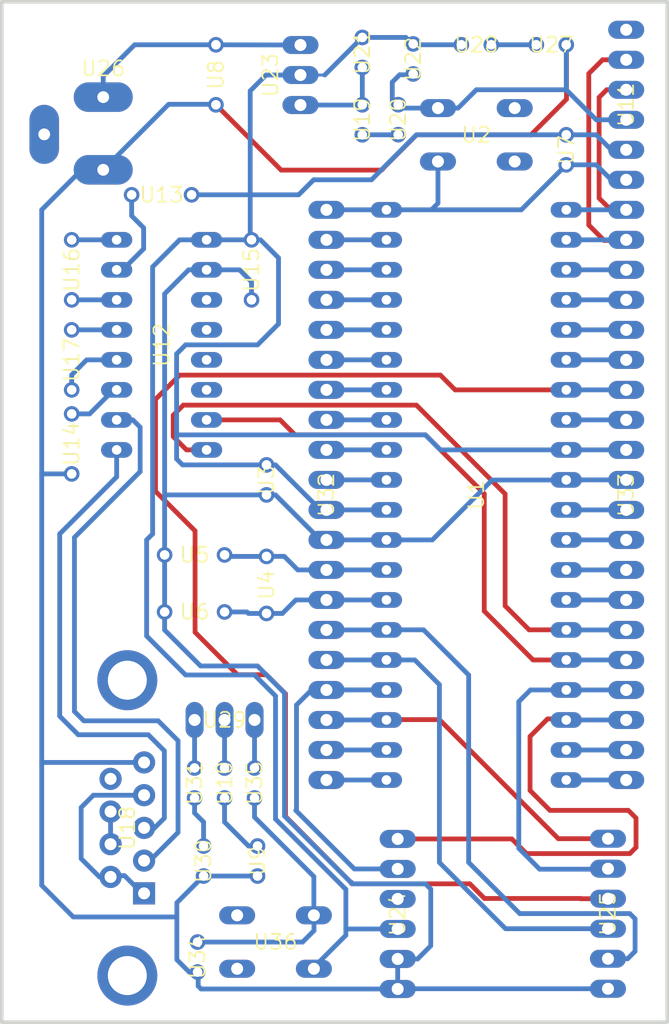
<source format=kicad_pcb>
(kicad_pcb (version 20171130) (host pcbnew "(5.1.4)-1")

  (general
    (thickness 1.6)
    (drawings 4)
    (tracks 398)
    (zones 0)
    (modules 36)
    (nets 71)
  )

  (page A4)
  (layers
    (0 Top signal)
    (1 Route2 signal)
    (2 Route3 signal)
    (3 Route4 signal)
    (4 Route5 signal)
    (5 Route6 signal)
    (6 Route7 signal)
    (7 Route8 signal)
    (8 Route9 signal)
    (9 Route10 signal)
    (10 Route11 signal)
    (11 Route12 signal)
    (12 Route13 signal)
    (13 Route14 signal)
    (14 Route15 signal)
    (31 Bottom signal)
    (32 B.Adhes user)
    (33 F.Adhes user)
    (34 B.Paste user)
    (35 F.Paste user)
    (36 B.SilkS user)
    (37 F.SilkS user)
    (38 B.Mask user)
    (39 F.Mask user)
    (40 Dwgs.User user)
    (41 Cmts.User user)
    (42 Eco1.User user)
    (43 Eco2.User user)
    (44 Edge.Cuts user)
    (45 Margin user)
    (46 B.CrtYd user)
    (47 F.CrtYd user)
    (48 B.Fab user)
    (49 F.Fab user)
  )

  (setup
    (last_trace_width 0.4064)
    (trace_clearance 0.2)
    (zone_clearance 0.508)
    (zone_45_only no)
    (trace_min 0.2)
    (via_size 0.8)
    (via_drill 0.4)
    (via_min_size 0.4)
    (via_min_drill 0.3)
    (uvia_size 0.3)
    (uvia_drill 0.1)
    (uvias_allowed no)
    (uvia_min_size 0.2)
    (uvia_min_drill 0.1)
    (edge_width 0.05)
    (segment_width 0.2)
    (pcb_text_width 0.3)
    (pcb_text_size 1.5 1.5)
    (mod_edge_width 0.12)
    (mod_text_size 1 1)
    (mod_text_width 0.15)
    (pad_size 1.524 1.524)
    (pad_drill 0.762)
    (pad_to_mask_clearance 0.051)
    (solder_mask_min_width 0.25)
    (aux_axis_origin 0 0)
    (visible_elements 7FFFFFFF)
    (pcbplotparams
      (layerselection 0x010fc_ffffffff)
      (usegerberextensions false)
      (usegerberattributes false)
      (usegerberadvancedattributes false)
      (creategerberjobfile false)
      (excludeedgelayer true)
      (linewidth 0.100000)
      (plotframeref false)
      (viasonmask false)
      (mode 1)
      (useauxorigin false)
      (hpglpennumber 1)
      (hpglpenspeed 20)
      (hpglpendiameter 15.000000)
      (psnegative false)
      (psa4output false)
      (plotreference true)
      (plotvalue true)
      (plotinvisibletext false)
      (padsonsilk false)
      (subtractmaskfromsilk false)
      (outputformat 1)
      (mirror false)
      (drillshape 1)
      (scaleselection 1)
      (outputdirectory ""))
  )

  (net 0 "")
  (net 1 "Net-(IC3-Pad40)")
  (net 2 "Net-(IC3-Pad39)")
  (net 3 "Net-(IC3-Pad38)")
  (net 4 "Net-(IC3-Pad37)")
  (net 5 "Net-(IC3-Pad36)")
  (net 6 "Net-(IC3-Pad35)")
  (net 7 /MRF_INT)
  (net 8 "Net-(IC3-Pad33)")
  (net 9 /3.3V_SRC)
  (net 10 GND)
  (net 11 "Net-(IC3-Pad30)")
  (net 12 "Net-(IC3-Pad29)")
  (net 13 "Net-(IC3-Pad28)")
  (net 14 "Net-(IC3-Pad27)")
  (net 15 /N$17)
  (net 16 /N$21)
  (net 17 /MRF_SDO)
  (net 18 /MRF_SDI)
  (net 19 "Net-(IC3-Pad22)")
  (net 20 "Net-(IC3-Pad21)")
  (net 21 "Net-(IC3-Pad20)")
  (net 22 "Net-(IC3-Pad19)")
  (net 23 /MRF_SCK)
  (net 24 /MRF_CS)
  (net 25 /MRF_WAKE)
  (net 26 /MRF_RESET)
  (net 27 /OSC2)
  (net 28 /OS1)
  (net 29 "Net-(IC3-Pad10)")
  (net 30 "Net-(IC3-Pad9)")
  (net 31 "Net-(IC3-Pad8)")
  (net 32 "Net-(IC3-Pad7)")
  (net 33 "Net-(IC3-Pad6)")
  (net 34 "Net-(IC3-Pad5)")
  (net 35 "Net-(IC3-Pad4)")
  (net 36 "Net-(IC3-Pad3)")
  (net 37 "Net-(IC3-Pad2)")
  (net 38 "Net-(IC3-Pad1)")
  (net 39 "Net-(S1-Pad4)")
  (net 40 "Net-(S1-Pad2)")
  (net 41 "Net-(C6-Pad1)")
  (net 42 "Net-(LED3-PadA)")
  (net 43 "Net-(R5-Pad1)")
  (net 44 "Net-(JP3-Pad6)")
  (net 45 "Net-(IC2-Pad14)")
  (net 46 "Net-(IC2-Pad13)")
  (net 47 "Net-(IC2-Pad12)")
  (net 48 "Net-(IC2-Pad11)")
  (net 49 "Net-(C5-Pad2)")
  (net 50 "Net-(C2-Pad2)")
  (net 51 "Net-(C5-Pad1)")
  (net 52 "Net-(C4-Pad2)")
  (net 53 "Net-(IC2-Pad8)")
  (net 54 "Net-(IC2-Pad7)")
  (net 55 "Net-(C1-Pad1)")
  (net 56 "Net-(C4-Pad1)")
  (net 57 "Net-(X1-Pad9)")
  (net 58 "Net-(X1-Pad7)")
  (net 59 "Net-(X1-Pad1)")
  (net 60 "Net-(IC4-Pad1)")
  (net 61 "Net-(R8-Pad1)")
  (net 62 "Net-(JP4-Pad4)")
  (net 63 "Net-(X3-Pad3)")
  (net 64 "Net-(LED1-PadA)")
  (net 65 "Net-(R2-Pad1)")
  (net 66 "Net-(R6-Pad1)")
  (net 67 "Net-(LED2-PadA)")
  (net 68 "Net-(R1-Pad1)")
  (net 69 "Net-(S2-Pad4)")
  (net 70 "Net-(S2-Pad2)")

  (net_class Default "This is the default net class."
    (clearance 0.2)
    (trace_width 0.4064)
    (via_dia 0.8)
    (via_drill 0.4)
    (uvia_dia 0.3)
    (uvia_drill 0.1)
    (add_net /3.3V_SRC)
    (add_net /MRF_CS)
    (add_net /MRF_INT)
    (add_net /MRF_RESET)
    (add_net /MRF_SCK)
    (add_net /MRF_SDI)
    (add_net /MRF_SDO)
    (add_net /MRF_WAKE)
    (add_net /N$17)
    (add_net /N$21)
    (add_net /OS1)
    (add_net /OSC2)
    (add_net GND)
    (add_net "Net-(C1-Pad1)")
    (add_net "Net-(C2-Pad2)")
    (add_net "Net-(C4-Pad1)")
    (add_net "Net-(C4-Pad2)")
    (add_net "Net-(C5-Pad1)")
    (add_net "Net-(C5-Pad2)")
    (add_net "Net-(C6-Pad1)")
    (add_net "Net-(IC2-Pad11)")
    (add_net "Net-(IC2-Pad12)")
    (add_net "Net-(IC2-Pad13)")
    (add_net "Net-(IC2-Pad14)")
    (add_net "Net-(IC2-Pad7)")
    (add_net "Net-(IC2-Pad8)")
    (add_net "Net-(IC3-Pad1)")
    (add_net "Net-(IC3-Pad10)")
    (add_net "Net-(IC3-Pad19)")
    (add_net "Net-(IC3-Pad2)")
    (add_net "Net-(IC3-Pad20)")
    (add_net "Net-(IC3-Pad21)")
    (add_net "Net-(IC3-Pad22)")
    (add_net "Net-(IC3-Pad27)")
    (add_net "Net-(IC3-Pad28)")
    (add_net "Net-(IC3-Pad29)")
    (add_net "Net-(IC3-Pad3)")
    (add_net "Net-(IC3-Pad30)")
    (add_net "Net-(IC3-Pad33)")
    (add_net "Net-(IC3-Pad35)")
    (add_net "Net-(IC3-Pad36)")
    (add_net "Net-(IC3-Pad37)")
    (add_net "Net-(IC3-Pad38)")
    (add_net "Net-(IC3-Pad39)")
    (add_net "Net-(IC3-Pad4)")
    (add_net "Net-(IC3-Pad40)")
    (add_net "Net-(IC3-Pad5)")
    (add_net "Net-(IC3-Pad6)")
    (add_net "Net-(IC3-Pad7)")
    (add_net "Net-(IC3-Pad8)")
    (add_net "Net-(IC3-Pad9)")
    (add_net "Net-(IC4-Pad1)")
    (add_net "Net-(JP3-Pad6)")
    (add_net "Net-(JP4-Pad4)")
    (add_net "Net-(LED1-PadA)")
    (add_net "Net-(LED2-PadA)")
    (add_net "Net-(LED3-PadA)")
    (add_net "Net-(R1-Pad1)")
    (add_net "Net-(R2-Pad1)")
    (add_net "Net-(R5-Pad1)")
    (add_net "Net-(R6-Pad1)")
    (add_net "Net-(R8-Pad1)")
    (add_net "Net-(S1-Pad2)")
    (add_net "Net-(S1-Pad4)")
    (add_net "Net-(S2-Pad2)")
    (add_net "Net-(S2-Pad4)")
    (add_net "Net-(X1-Pad1)")
    (add_net "Net-(X1-Pad7)")
    (add_net "Net-(X1-Pad9)")
    (add_net "Net-(X3-Pad3)")
  )

  (module picDevBoard:DIL40 (layer Top) (tedit 5DD232E6) (tstamp 5DC8E5C7)
    (at 160.520378 103.560879 270)
    (descr "<B>Dual In Line</B><p>\npackage type P")
    (path /B686635D)
    (fp_text reference "U1" (at 0 0 270) (layer F.SilkS)
      (effects (font (size 1.27 1.27) (thickness 0.15)))
    )
    (fp_text value "" (at 0 0 270) (layer F.SilkS)
      (effects (font (size 1.27 1.27) (thickness 0.15)))
    )
    (fp_poly (pts (xy -25.5 -9) (xy 25.5 -9) (xy 25.5 9) (xy -25.5 9)) (layer F.CrtYd) (width 0.1))
    (pad 40 thru_hole oval (at -24.13 -7.62) (size 2.6416 1.3208) (drill 0.8128) (layers *.Cu *.Mask)
      (net 1 "Net-(IC3-Pad40)") (solder_mask_margin 0.1016))
    (pad 39 thru_hole oval (at -21.59 -7.62) (size 2.6416 1.3208) (drill 0.8128) (layers *.Cu *.Mask)
      (net 2 "Net-(IC3-Pad39)") (solder_mask_margin 0.1016))
    (pad 38 thru_hole oval (at -19.05 -7.62) (size 2.6416 1.3208) (drill 0.8128) (layers *.Cu *.Mask)
      (net 3 "Net-(IC3-Pad38)") (solder_mask_margin 0.1016))
    (pad 37 thru_hole oval (at -16.51 -7.62) (size 2.6416 1.3208) (drill 0.8128) (layers *.Cu *.Mask)
      (net 4 "Net-(IC3-Pad37)") (solder_mask_margin 0.1016))
    (pad 36 thru_hole oval (at -13.97 -7.62) (size 2.6416 1.3208) (drill 0.8128) (layers *.Cu *.Mask)
      (net 5 "Net-(IC3-Pad36)") (solder_mask_margin 0.1016))
    (pad 35 thru_hole oval (at -11.43 -7.62) (size 2.6416 1.3208) (drill 0.8128) (layers *.Cu *.Mask)
      (net 6 "Net-(IC3-Pad35)") (solder_mask_margin 0.1016))
    (pad 34 thru_hole oval (at -8.89 -7.62) (size 2.6416 1.3208) (drill 0.8128) (layers *.Cu *.Mask)
      (net 7 /MRF_INT) (solder_mask_margin 0.1016))
    (pad 33 thru_hole oval (at -6.35 -7.62) (size 2.6416 1.3208) (drill 0.8128) (layers *.Cu *.Mask)
      (net 8 "Net-(IC3-Pad33)") (solder_mask_margin 0.1016))
    (pad 32 thru_hole oval (at -3.81 -7.62) (size 2.6416 1.3208) (drill 0.8128) (layers *.Cu *.Mask)
      (net 9 /3.3V_SRC) (solder_mask_margin 0.1016))
    (pad 31 thru_hole oval (at -1.27 -7.62) (size 2.6416 1.3208) (drill 0.8128) (layers *.Cu *.Mask)
      (net 10 GND) (solder_mask_margin 0.1016))
    (pad 30 thru_hole oval (at 1.27 -7.62) (size 2.6416 1.3208) (drill 0.8128) (layers *.Cu *.Mask)
      (net 11 "Net-(IC3-Pad30)") (solder_mask_margin 0.1016))
    (pad 29 thru_hole oval (at 3.81 -7.62) (size 2.6416 1.3208) (drill 0.8128) (layers *.Cu *.Mask)
      (net 12 "Net-(IC3-Pad29)") (solder_mask_margin 0.1016))
    (pad 28 thru_hole oval (at 6.35 -7.62) (size 2.6416 1.3208) (drill 0.8128) (layers *.Cu *.Mask)
      (net 13 "Net-(IC3-Pad28)") (solder_mask_margin 0.1016))
    (pad 27 thru_hole oval (at 8.89 -7.62) (size 2.6416 1.3208) (drill 0.8128) (layers *.Cu *.Mask)
      (net 14 "Net-(IC3-Pad27)") (solder_mask_margin 0.1016))
    (pad 26 thru_hole oval (at 11.43 -7.62) (size 2.6416 1.3208) (drill 0.8128) (layers *.Cu *.Mask)
      (net 15 /N$17) (solder_mask_margin 0.1016))
    (pad 25 thru_hole oval (at 13.97 -7.62) (size 2.6416 1.3208) (drill 0.8128) (layers *.Cu *.Mask)
      (net 16 /N$21) (solder_mask_margin 0.1016))
    (pad 24 thru_hole oval (at 16.51 -7.62) (size 2.6416 1.3208) (drill 0.8128) (layers *.Cu *.Mask)
      (net 17 /MRF_SDO) (solder_mask_margin 0.1016))
    (pad 23 thru_hole oval (at 19.05 -7.62) (size 2.6416 1.3208) (drill 0.8128) (layers *.Cu *.Mask)
      (net 18 /MRF_SDI) (solder_mask_margin 0.1016))
    (pad 22 thru_hole oval (at 21.59 -7.62) (size 2.6416 1.3208) (drill 0.8128) (layers *.Cu *.Mask)
      (net 19 "Net-(IC3-Pad22)") (solder_mask_margin 0.1016))
    (pad 21 thru_hole oval (at 24.13 -7.62) (size 2.6416 1.3208) (drill 0.8128) (layers *.Cu *.Mask)
      (net 20 "Net-(IC3-Pad21)") (solder_mask_margin 0.1016))
    (pad 20 thru_hole oval (at 24.13 7.62) (size 2.6416 1.3208) (drill 0.8128) (layers *.Cu *.Mask)
      (net 21 "Net-(IC3-Pad20)") (solder_mask_margin 0.1016))
    (pad 19 thru_hole oval (at 21.59 7.62) (size 2.6416 1.3208) (drill 0.8128) (layers *.Cu *.Mask)
      (net 22 "Net-(IC3-Pad19)") (solder_mask_margin 0.1016))
    (pad 18 thru_hole oval (at 19.05 7.62) (size 2.6416 1.3208) (drill 0.8128) (layers *.Cu *.Mask)
      (net 23 /MRF_SCK) (solder_mask_margin 0.1016))
    (pad 17 thru_hole oval (at 16.51 7.62) (size 2.6416 1.3208) (drill 0.8128) (layers *.Cu *.Mask)
      (net 24 /MRF_CS) (solder_mask_margin 0.1016))
    (pad 16 thru_hole oval (at 13.97 7.62) (size 2.6416 1.3208) (drill 0.8128) (layers *.Cu *.Mask)
      (net 25 /MRF_WAKE) (solder_mask_margin 0.1016))
    (pad 15 thru_hole oval (at 11.43 7.62) (size 2.6416 1.3208) (drill 0.8128) (layers *.Cu *.Mask)
      (net 26 /MRF_RESET) (solder_mask_margin 0.1016))
    (pad 14 thru_hole oval (at 8.89 7.62) (size 2.6416 1.3208) (drill 0.8128) (layers *.Cu *.Mask)
      (net 27 /OSC2) (solder_mask_margin 0.1016))
    (pad 13 thru_hole oval (at 6.35 7.62) (size 2.6416 1.3208) (drill 0.8128) (layers *.Cu *.Mask)
      (net 28 /OS1) (solder_mask_margin 0.1016))
    (pad 12 thru_hole oval (at 3.81 7.62) (size 2.6416 1.3208) (drill 0.8128) (layers *.Cu *.Mask)
      (net 10 GND) (solder_mask_margin 0.1016))
    (pad 11 thru_hole oval (at 1.27 7.62) (size 2.6416 1.3208) (drill 0.8128) (layers *.Cu *.Mask)
      (net 9 /3.3V_SRC) (solder_mask_margin 0.1016))
    (pad 10 thru_hole oval (at -1.27 7.62) (size 2.6416 1.3208) (drill 0.8128) (layers *.Cu *.Mask)
      (net 29 "Net-(IC3-Pad10)") (solder_mask_margin 0.1016))
    (pad 9 thru_hole oval (at -3.81 7.62) (size 2.6416 1.3208) (drill 0.8128) (layers *.Cu *.Mask)
      (net 30 "Net-(IC3-Pad9)") (solder_mask_margin 0.1016))
    (pad 8 thru_hole oval (at -6.35 7.62) (size 2.6416 1.3208) (drill 0.8128) (layers *.Cu *.Mask)
      (net 31 "Net-(IC3-Pad8)") (solder_mask_margin 0.1016))
    (pad 7 thru_hole oval (at -8.89 7.62) (size 2.6416 1.3208) (drill 0.8128) (layers *.Cu *.Mask)
      (net 32 "Net-(IC3-Pad7)") (solder_mask_margin 0.1016))
    (pad 6 thru_hole oval (at -11.43 7.62) (size 2.6416 1.3208) (drill 0.8128) (layers *.Cu *.Mask)
      (net 33 "Net-(IC3-Pad6)") (solder_mask_margin 0.1016))
    (pad 5 thru_hole oval (at -13.97 7.62) (size 2.6416 1.3208) (drill 0.8128) (layers *.Cu *.Mask)
      (net 34 "Net-(IC3-Pad5)") (solder_mask_margin 0.1016))
    (pad 4 thru_hole oval (at -16.51 7.62) (size 2.6416 1.3208) (drill 0.8128) (layers *.Cu *.Mask)
      (net 35 "Net-(IC3-Pad4)") (solder_mask_margin 0.1016))
    (pad 3 thru_hole oval (at -19.05 7.62) (size 2.6416 1.3208) (drill 0.8128) (layers *.Cu *.Mask)
      (net 36 "Net-(IC3-Pad3)") (solder_mask_margin 0.1016))
    (pad 2 thru_hole oval (at -21.59 7.62) (size 2.6416 1.3208) (drill 0.8128) (layers *.Cu *.Mask)
      (net 37 "Net-(IC3-Pad2)") (solder_mask_margin 0.1016))
    (pad 1 thru_hole oval (at -24.13 7.62) (size 2.6416 1.3208) (drill 0.8128) (layers *.Cu *.Mask)
      (net 38 "Net-(IC3-Pad1)") (solder_mask_margin 0.1016))
  )

  (module picDevBoard:B3F-10XX (layer Top) (tedit 5DD22839) (tstamp 5DC8E5F8)
    (at 160.520378 73.080879)
    (descr "<b>OMRON SWITCH</b>")
    (path /788C9994)
    (fp_text reference "U2" (at 0 0) (layer F.SilkS)
      (effects (font (size 1.27 1.27) (thickness 0.15)))
    )
    (fp_text value "" (at 0 0) (layer F.SilkS)
      (effects (font (size 1.27 1.27) (thickness 0.15)))
    )
    (fp_poly (pts (xy -3.4 -3.2) (xy 3.4 -3.2) (xy 3.4 3.2) (xy -3.4 3.2)) (layer F.CrtYd) (width 0.1))
    (pad 4 thru_hole oval (at 3.2512 2.2606) (size 3.048 1.524) (drill 1.016) (layers *.Cu *.Mask)
      (net 39 "Net-(S1-Pad4)") (solder_mask_margin 0.1016))
    (pad 2 thru_hole oval (at 3.2512 -2.2606) (size 3.048 1.524) (drill 1.016) (layers *.Cu *.Mask)
      (net 40 "Net-(S1-Pad2)") (solder_mask_margin 0.1016))
    (pad 3 thru_hole oval (at -3.2512 2.2606) (size 3.048 1.524) (drill 1.016) (layers *.Cu *.Mask)
      (net 38 "Net-(IC3-Pad1)") (solder_mask_margin 0.1016))
    (pad 1 thru_hole oval (at -3.2512 -2.2606) (size 3.048 1.524) (drill 1.016) (layers *.Cu *.Mask)
      (net 10 GND) (solder_mask_margin 0.1016))
  )

  (module picDevBoard:C025-024X044 (layer Top) (tedit 5DD22892) (tstamp 5DC8E635)
    (at 142.740378 102.290879 270)
    (descr "<b>CAPACITOR</b><p>\ngrid 2.5 mm, outline 2.4 x 4.4 mm")
    (path /2F4B506D)
    (fp_text reference "U3" (at 0 0 270) (layer F.SilkS)
      (effects (font (size 1.27 1.27) (thickness 0.15)))
    )
    (fp_text value "" (at 0 0 270) (layer F.SilkS)
      (effects (font (size 1.27 1.27) (thickness 0.15)))
    )
    (fp_poly (pts (xy -2.3 -1.3) (xy 2.3 -1.3) (xy 2.3 1.3) (xy -2.3 1.3)) (layer F.CrtYd) (width 0.1))
    (pad 2 thru_hole circle (at 1.27 0 270) (size 1.3208 1.3208) (drill 0.8128) (layers *.Cu *.Mask)
      (net 10 GND) (solder_mask_margin 0.1016))
    (pad 1 thru_hole circle (at -1.27 0 270) (size 1.3208 1.3208) (drill 0.8128) (layers *.Cu *.Mask)
      (net 9 /3.3V_SRC) (solder_mask_margin 0.1016))
  )

  (module picDevBoard:HC49_S (layer Top) (tedit 5DD2361A) (tstamp 5DC8E646)
    (at 142.740378 111.180879 270)
    (descr <b>CRYSTAL</b>)
    (path /22BC07EB)
    (fp_text reference "U4" (at 0 0 270) (layer F.SilkS)
      (effects (font (size 1.27 1.27) (thickness 0.15)))
    )
    (fp_text value "" (at 0 0 270) (layer F.SilkS)
      (effects (font (size 1.27 1.27) (thickness 0.15)))
    )
    (fp_poly (pts (xy -5.6 -2.6) (xy 5.6 -2.6) (xy 5.6 2.6) (xy -5.6 2.6)) (layer F.CrtYd) (width 0.1))
    (pad 1 thru_hole circle (at -2.413 0 270) (size 1.3208 1.3208) (drill 0.8128) (layers *.Cu *.Mask)
      (net 28 /OS1) (solder_mask_margin 0.1016))
    (pad 2 thru_hole circle (at 2.413 0 270) (size 1.3208 1.3208) (drill 0.8128) (layers *.Cu *.Mask)
      (net 27 /OSC2) (solder_mask_margin 0.1016))
  )

  (module picDevBoard:C050-024X044 (layer Top) (tedit 5DD22909) (tstamp 5DC8E662)
    (at 136.644378 108.640879 180)
    (descr "<b>CAPACITOR</b><p>\ngrid 5 mm, outline 2.4 x 4.4 mm")
    (path /E6471815)
    (fp_text reference "U5" (at 0 0 180) (layer F.SilkS)
      (effects (font (size 1.27 1.27) (thickness 0.15)))
    )
    (fp_text value "" (at 0 0 180) (layer F.SilkS)
      (effects (font (size 1.27 1.27) (thickness 0.15)))
    )
    (fp_poly (pts (xy -2.3 -1.3) (xy -2.3 1.3) (xy 2.3 1.3) (xy 2.3 -1.3)) (layer F.CrtYd) (width 0.1))
    (pad 2 thru_hole circle (at 2.54 0 180) (size 1.3208 1.3208) (drill 0.8128) (layers *.Cu *.Mask)
      (net 10 GND) (solder_mask_margin 0.1016))
    (pad 1 thru_hole circle (at -2.54 0 180) (size 1.3208 1.3208) (drill 0.8128) (layers *.Cu *.Mask)
      (net 28 /OS1) (solder_mask_margin 0.1016))
  )

  (module picDevBoard:C050-024X044 (layer Top) (tedit 5DD22909) (tstamp 5DC8E677)
    (at 136.644378 113.466879 180)
    (descr "<b>CAPACITOR</b><p>\ngrid 5 mm, outline 2.4 x 4.4 mm")
    (path /DC2BCD37)
    (fp_text reference "U6" (at 0 0 180) (layer F.SilkS)
      (effects (font (size 1.27 1.27) (thickness 0.15)))
    )
    (fp_text value "" (at 0 0 180) (layer F.SilkS)
      (effects (font (size 1.27 1.27) (thickness 0.15)))
    )
    (fp_poly (pts (xy -2.3 -1.3) (xy -2.3 1.3) (xy 2.3 1.3) (xy 2.3 -1.3)) (layer F.CrtYd) (width 0.1))
    (pad 2 thru_hole circle (at 2.54 0 180) (size 1.3208 1.3208) (drill 0.8128) (layers *.Cu *.Mask)
      (net 10 GND) (solder_mask_margin 0.1016))
    (pad 1 thru_hole circle (at -2.54 0 180) (size 1.3208 1.3208) (drill 0.8128) (layers *.Cu *.Mask)
      (net 27 /OSC2) (solder_mask_margin 0.1016))
  )

  (module picDevBoard:V526-0 (layer Top) (tedit 5DD23A48) (tstamp 5DC8E68C)
    (at 168.140378 74.350879 270)
    (descr "<b>RESISTOR</b><p>\ntype V526-0, grid 2.5 mm")
    (path /BA9F59F4)
    (fp_text reference "U7" (at 0 0 270) (layer F.SilkS)
      (effects (font (size 1.27 1.27) (thickness 0.15)))
    )
    (fp_text value "" (at 0 0 270) (layer F.SilkS)
      (effects (font (size 1.27 1.27) (thickness 0.15)))
    )
    (fp_poly (pts (xy -2.7 -1.1) (xy 2.7 -1.1) (xy 2.7 1.1) (xy -2.7 1.1)) (layer F.CrtYd) (width 0.1))
    (pad 2 thru_hole circle (at 1.27 0 270) (size 1.3208 1.3208) (drill 0.8128) (layers *.Cu *.Mask)
      (net 38 "Net-(IC3-Pad1)") (solder_mask_margin 0.1016))
    (pad 1 thru_hole circle (at -1.27 0 270) (size 1.3208 1.3208) (drill 0.8128) (layers *.Cu *.Mask)
      (net 9 /3.3V_SRC) (solder_mask_margin 0.1016))
  )

  (module picDevBoard:C050-025X075 (layer Top) (tedit 5DD22973) (tstamp 5DC8E699)
    (at 138.452878 68.000879 270)
    (descr "<b>CAPACITOR</b><p>\ngrid 5 mm, outline 2.5 x 7.5 mm")
    (path /6DF0E31E)
    (fp_text reference "U8" (at 0 0 270) (layer F.SilkS)
      (effects (font (size 1.27 1.27) (thickness 0.15)))
    )
    (fp_text value "" (at 0 0 270) (layer F.SilkS)
      (effects (font (size 1.27 1.27) (thickness 0.15)))
    )
    (fp_poly (pts (xy -3.8 -1.4) (xy 3.8 -1.4) (xy 3.8 1.4) (xy -3.8 1.4)) (layer F.CrtYd) (width 0.1))
    (pad 2 thru_hole circle (at 2.54 0 270) (size 1.3208 1.3208) (drill 0.8128) (layers *.Cu *.Mask)
      (net 10 GND) (solder_mask_margin 0.1016))
    (pad 1 thru_hole circle (at -2.54 0 270) (size 1.3208 1.3208) (drill 0.8128) (layers *.Cu *.Mask)
      (net 41 "Net-(C6-Pad1)") (solder_mask_margin 0.1016))
  )

  (module picDevBoard:LED3MM (layer Top) (tedit 5DD2369D) (tstamp 5DC8E6AC)
    (at 141.978378 134.548879 270)
    (descr "<B>LED</B><p>\n3 mm, round")
    (path /E9052FDA)
    (fp_text reference "U9" (at 0 0 270) (layer F.SilkS)
      (effects (font (size 1.27 1.27) (thickness 0.15)))
    )
    (fp_text value "" (at 0 0 270) (layer F.SilkS)
      (effects (font (size 1.27 1.27) (thickness 0.15)))
    )
    (fp_poly (pts (xy -2.2 -2.2) (xy 2 -2.2) (xy 2 2.3) (xy -2.2 2.3)) (layer F.CrtYd) (width 0.1))
    (pad K thru_hole circle (at 1.27 0 270) (size 1.3208 1.3208) (drill 0.8128) (layers *.Cu *.Mask)
      (net 10 GND) (solder_mask_margin 0.1016))
    (pad A thru_hole circle (at -1.27 0 270) (size 1.3208 1.3208) (drill 0.8128) (layers *.Cu *.Mask)
      (net 42 "Net-(LED3-PadA)") (solder_mask_margin 0.1016))
  )

  (module picDevBoard:V526-0 (layer Top) (tedit 5DD23A48) (tstamp 5DC8E6C4)
    (at 139.184378 127.944879 270)
    (descr "<b>RESISTOR</b><p>\ntype V526-0, grid 2.5 mm")
    (path /1A59B195)
    (fp_text reference "U10" (at 0 0 270) (layer F.SilkS)
      (effects (font (size 1.27 1.27) (thickness 0.15)))
    )
    (fp_text value "" (at 0 0 270) (layer F.SilkS)
      (effects (font (size 1.27 1.27) (thickness 0.15)))
    )
    (fp_poly (pts (xy -2.7 -1.1) (xy 2.7 -1.1) (xy 2.7 1.1) (xy -2.7 1.1)) (layer F.CrtYd) (width 0.1))
    (pad 2 thru_hole circle (at 1.27 0 270) (size 1.3208 1.3208) (drill 0.8128) (layers *.Cu *.Mask)
      (net 42 "Net-(LED3-PadA)") (solder_mask_margin 0.1016))
    (pad 1 thru_hole circle (at -1.27 0 270) (size 1.3208 1.3208) (drill 0.8128) (layers *.Cu *.Mask)
      (net 43 "Net-(R5-Pad1)") (solder_mask_margin 0.1016))
  )

  (module picDevBoard:1X06 (layer Top) (tedit 5DD23AD1) (tstamp 5DC8E6D1)
    (at 173.220378 70.540879 90)
    (descr "<b>PIN HEADER</b>")
    (path /8182258E)
    (fp_text reference "U11" (at 0 0 90) (layer F.SilkS)
      (effects (font (size 1.27 1.27) (thickness 0.15)))
    )
    (fp_text value "" (at 0 0 90) (layer F.SilkS)
      (effects (font (size 1.27 1.27) (thickness 0.15)))
    )
    (fp_poly (pts (xy -7.5 -1.7) (xy 7.5 -1.7) (xy 7.5 1.7) (xy -7.5 1.7)) (layer B.CrtYd) (width 0.1))
    (fp_poly (pts (xy -7.5 -1.7) (xy 7.5 -1.7) (xy 7.5 1.7) (xy -7.5 1.7)) (layer F.CrtYd) (width 0.1))
    (pad 6 thru_hole oval (at 6.35 0 180) (size 3.048 1.524) (drill 1.016) (layers *.Cu *.Mask)
      (net 44 "Net-(JP3-Pad6)") (solder_mask_margin 0.1016))
    (pad 5 thru_hole oval (at 3.81 0 180) (size 3.048 1.524) (drill 1.016) (layers *.Cu *.Mask)
      (net 2 "Net-(IC3-Pad39)") (solder_mask_margin 0.1016))
    (pad 4 thru_hole oval (at 1.27 0 180) (size 3.048 1.524) (drill 1.016) (layers *.Cu *.Mask)
      (net 1 "Net-(IC3-Pad40)") (solder_mask_margin 0.1016))
    (pad 3 thru_hole oval (at -1.27 0 180) (size 3.048 1.524) (drill 1.016) (layers *.Cu *.Mask)
      (net 10 GND) (solder_mask_margin 0.1016))
    (pad 2 thru_hole oval (at -3.81 0 180) (size 3.048 1.524) (drill 1.016) (layers *.Cu *.Mask)
      (net 9 /3.3V_SRC) (solder_mask_margin 0.1016))
    (pad 1 thru_hole oval (at -6.35 0 180) (size 3.048 1.524) (drill 1.016) (layers *.Cu *.Mask)
      (net 38 "Net-(IC3-Pad1)") (solder_mask_margin 0.1016))
  )

  (module picDevBoard:DIL16 (layer Top) (tedit 5DD2332E) (tstamp 5DC8E70B)
    (at 133.850378 90.860879 270)
    (descr "<b>Dual In Line Package</b>")
    (path /BC34DC86)
    (fp_text reference "U12" (at 0 0 270) (layer F.SilkS)
      (effects (font (size 1.27 1.27) (thickness 0.15)))
    )
    (fp_text value "" (at 0 0 270) (layer F.SilkS)
      (effects (font (size 1.27 1.27) (thickness 0.15)))
    )
    (fp_poly (pts (xy -10.3 -5.2) (xy 10.3 -5.2) (xy 10.3 5.2) (xy -10.3 5.2)) (layer F.CrtYd) (width 0.1))
    (pad 16 thru_hole oval (at -8.89 -3.81) (size 2.6416 1.3208) (drill 0.8128) (layers *.Cu *.Mask)
      (net 9 /3.3V_SRC) (solder_mask_margin 0.1016))
    (pad 15 thru_hole oval (at -6.35 -3.81) (size 2.6416 1.3208) (drill 0.8128) (layers *.Cu *.Mask)
      (net 10 GND) (solder_mask_margin 0.1016))
    (pad 14 thru_hole oval (at -3.81 -3.81) (size 2.6416 1.3208) (drill 0.8128) (layers *.Cu *.Mask)
      (net 45 "Net-(IC2-Pad14)") (solder_mask_margin 0.1016))
    (pad 13 thru_hole oval (at -1.27 -3.81) (size 2.6416 1.3208) (drill 0.8128) (layers *.Cu *.Mask)
      (net 46 "Net-(IC2-Pad13)") (solder_mask_margin 0.1016))
    (pad 12 thru_hole oval (at 1.27 -3.81) (size 2.6416 1.3208) (drill 0.8128) (layers *.Cu *.Mask)
      (net 47 "Net-(IC2-Pad12)") (solder_mask_margin 0.1016))
    (pad 11 thru_hole oval (at 3.81 -3.81) (size 2.6416 1.3208) (drill 0.8128) (layers *.Cu *.Mask)
      (net 48 "Net-(IC2-Pad11)") (solder_mask_margin 0.1016))
    (pad 10 thru_hole oval (at 6.35 -3.81) (size 2.6416 1.3208) (drill 0.8128) (layers *.Cu *.Mask)
      (net 16 /N$21) (solder_mask_margin 0.1016))
    (pad 9 thru_hole oval (at 8.89 -3.81) (size 2.6416 1.3208) (drill 0.8128) (layers *.Cu *.Mask)
      (net 15 /N$17) (solder_mask_margin 0.1016))
    (pad 5 thru_hole oval (at 1.27 3.81) (size 2.6416 1.3208) (drill 0.8128) (layers *.Cu *.Mask)
      (net 49 "Net-(C5-Pad2)") (solder_mask_margin 0.1016))
    (pad 6 thru_hole oval (at 3.81 3.81) (size 2.6416 1.3208) (drill 0.8128) (layers *.Cu *.Mask)
      (net 50 "Net-(C2-Pad2)") (solder_mask_margin 0.1016))
    (pad 4 thru_hole oval (at -1.27 3.81) (size 2.6416 1.3208) (drill 0.8128) (layers *.Cu *.Mask)
      (net 51 "Net-(C5-Pad1)") (solder_mask_margin 0.1016))
    (pad 3 thru_hole oval (at -3.81 3.81) (size 2.6416 1.3208) (drill 0.8128) (layers *.Cu *.Mask)
      (net 52 "Net-(C4-Pad2)") (solder_mask_margin 0.1016))
    (pad 8 thru_hole oval (at 8.89 3.81) (size 2.6416 1.3208) (drill 0.8128) (layers *.Cu *.Mask)
      (net 53 "Net-(IC2-Pad8)") (solder_mask_margin 0.1016))
    (pad 7 thru_hole oval (at 6.35 3.81) (size 2.6416 1.3208) (drill 0.8128) (layers *.Cu *.Mask)
      (net 54 "Net-(IC2-Pad7)") (solder_mask_margin 0.1016))
    (pad 2 thru_hole oval (at -6.35 3.81) (size 2.6416 1.3208) (drill 0.8128) (layers *.Cu *.Mask)
      (net 55 "Net-(C1-Pad1)") (solder_mask_margin 0.1016))
    (pad 1 thru_hole oval (at -8.89 3.81) (size 2.6416 1.3208) (drill 0.8128) (layers *.Cu *.Mask)
      (net 56 "Net-(C4-Pad1)") (solder_mask_margin 0.1016))
  )

  (module picDevBoard:C050-024X044 (layer Top) (tedit 5DD22909) (tstamp 5DC8E724)
    (at 133.850378 78.160879)
    (descr "<b>CAPACITOR</b><p>\ngrid 5 mm, outline 2.4 x 4.4 mm")
    (path /24F56349)
    (fp_text reference "U13" (at 0 0) (layer F.SilkS)
      (effects (font (size 1.27 1.27) (thickness 0.15)))
    )
    (fp_text value "" (at 0 0) (layer F.SilkS)
      (effects (font (size 1.27 1.27) (thickness 0.15)))
    )
    (fp_poly (pts (xy -2.3 -1.3) (xy -2.3 1.3) (xy 2.3 1.3) (xy 2.3 -1.3)) (layer F.CrtYd) (width 0.1))
    (pad 2 thru_hole circle (at 2.54 0) (size 1.3208 1.3208) (drill 0.8128) (layers *.Cu *.Mask)
      (net 9 /3.3V_SRC) (solder_mask_margin 0.1016))
    (pad 1 thru_hole circle (at -2.54 0) (size 1.3208 1.3208) (drill 0.8128) (layers *.Cu *.Mask)
      (net 55 "Net-(C1-Pad1)") (solder_mask_margin 0.1016))
  )

  (module picDevBoard:C050-024X044 (layer Top) (tedit 5DD22909) (tstamp 5DC8E739)
    (at 126.230378 99.242879 90)
    (descr "<b>CAPACITOR</b><p>\ngrid 5 mm, outline 2.4 x 4.4 mm")
    (path /4071D1F9)
    (fp_text reference "U14" (at 0 0 90) (layer F.SilkS)
      (effects (font (size 1.27 1.27) (thickness 0.15)))
    )
    (fp_text value "" (at 0 0 90) (layer F.SilkS)
      (effects (font (size 1.27 1.27) (thickness 0.15)))
    )
    (fp_poly (pts (xy -2.3 -1.3) (xy -2.3 1.3) (xy 2.3 1.3) (xy 2.3 -1.3)) (layer F.CrtYd) (width 0.1))
    (pad 2 thru_hole circle (at 2.54 0 90) (size 1.3208 1.3208) (drill 0.8128) (layers *.Cu *.Mask)
      (net 50 "Net-(C2-Pad2)") (solder_mask_margin 0.1016))
    (pad 1 thru_hole circle (at -2.54 0 90) (size 1.3208 1.3208) (drill 0.8128) (layers *.Cu *.Mask)
      (net 10 GND) (solder_mask_margin 0.1016))
  )

  (module picDevBoard:C050-024X044 (layer Top) (tedit 5DD22909) (tstamp 5DC8E74E)
    (at 141.470378 84.510879 270)
    (descr "<b>CAPACITOR</b><p>\ngrid 5 mm, outline 2.4 x 4.4 mm")
    (path /00CB58E1)
    (fp_text reference "U15" (at 0 0 270) (layer F.SilkS)
      (effects (font (size 1.27 1.27) (thickness 0.15)))
    )
    (fp_text value "" (at 0 0 270) (layer F.SilkS)
      (effects (font (size 1.27 1.27) (thickness 0.15)))
    )
    (fp_poly (pts (xy -2.3 -1.3) (xy -2.3 1.3) (xy 2.3 1.3) (xy 2.3 -1.3)) (layer F.CrtYd) (width 0.1))
    (pad 2 thru_hole circle (at 2.54 0 270) (size 1.3208 1.3208) (drill 0.8128) (layers *.Cu *.Mask)
      (net 10 GND) (solder_mask_margin 0.1016))
    (pad 1 thru_hole circle (at -2.54 0 270) (size 1.3208 1.3208) (drill 0.8128) (layers *.Cu *.Mask)
      (net 9 /3.3V_SRC) (solder_mask_margin 0.1016))
  )

  (module picDevBoard:C050-024X044 (layer Top) (tedit 5DD22909) (tstamp 5DC8E763)
    (at 126.230378 84.510879 270)
    (descr "<b>CAPACITOR</b><p>\ngrid 5 mm, outline 2.4 x 4.4 mm")
    (path /8B5AD75A)
    (fp_text reference "U16" (at 0 0 270) (layer F.SilkS)
      (effects (font (size 1.27 1.27) (thickness 0.15)))
    )
    (fp_text value "" (at 0 0 270) (layer F.SilkS)
      (effects (font (size 1.27 1.27) (thickness 0.15)))
    )
    (fp_poly (pts (xy -2.3 -1.3) (xy -2.3 1.3) (xy 2.3 1.3) (xy 2.3 -1.3)) (layer F.CrtYd) (width 0.1))
    (pad 2 thru_hole circle (at 2.54 0 270) (size 1.3208 1.3208) (drill 0.8128) (layers *.Cu *.Mask)
      (net 52 "Net-(C4-Pad2)") (solder_mask_margin 0.1016))
    (pad 1 thru_hole circle (at -2.54 0 270) (size 1.3208 1.3208) (drill 0.8128) (layers *.Cu *.Mask)
      (net 56 "Net-(C4-Pad1)") (solder_mask_margin 0.1016))
  )

  (module picDevBoard:C050-024X044 (layer Top) (tedit 5DD22909) (tstamp 5DC8E778)
    (at 126.230378 92.130879 270)
    (descr "<b>CAPACITOR</b><p>\ngrid 5 mm, outline 2.4 x 4.4 mm")
    (path /A35C59BC)
    (fp_text reference "U17" (at 0 0 270) (layer F.SilkS)
      (effects (font (size 1.27 1.27) (thickness 0.15)))
    )
    (fp_text value "" (at 0 0 270) (layer F.SilkS)
      (effects (font (size 1.27 1.27) (thickness 0.15)))
    )
    (fp_poly (pts (xy -2.3 -1.3) (xy -2.3 1.3) (xy 2.3 1.3) (xy 2.3 -1.3)) (layer F.CrtYd) (width 0.1))
    (pad 2 thru_hole circle (at 2.54 0 270) (size 1.3208 1.3208) (drill 0.8128) (layers *.Cu *.Mask)
      (net 49 "Net-(C5-Pad2)") (solder_mask_margin 0.1016))
    (pad 1 thru_hole circle (at -2.54 0 270) (size 1.3208 1.3208) (drill 0.8128) (layers *.Cu *.Mask)
      (net 51 "Net-(C5-Pad1)") (solder_mask_margin 0.1016))
  )

  (module picDevBoard:DB9 locked (layer Top) (tedit 5DD22E40) (tstamp 5DC8E78D)
    (at 130.944678 131.744879 90)
    (descr <b>SUB-D</b>)
    (path /8679BB61)
    (fp_text reference "U18" (at 0 0 90) (layer F.SilkS)
      (effects (font (size 1.27 1.27) (thickness 0.15)))
    )
    (fp_text value "" (at 0 0 90) (layer F.SilkS)
      (effects (font (size 1.27 1.27) (thickness 0.15)))
    )
    (fp_poly (pts (xy -15.6 -9.7) (xy 15.6 -9.7) (xy 15.6 3) (xy -15.6 3)) (layer F.CrtYd) (width 0.1))
    (pad G2 thru_hole circle (at 12.5 0 90) (size 5.08 5.08) (drill 3.302) (layers *.Cu *.Mask)
      (solder_mask_margin 0.1016))
    (pad G1 thru_hole circle (at -12.5 0 90) (size 5.08 5.08) (drill 3.302) (layers *.Cu *.Mask)
      (solder_mask_margin 0.1016))
    (pad 9 thru_hole circle (at 4.15 -1.42 90) (size 1.8796 1.8796) (drill 1.016) (layers *.Cu *.Mask)
      (net 57 "Net-(X1-Pad9)") (solder_mask_margin 0.1016))
    (pad 8 thru_hole circle (at 1.38 -1.42 90) (size 1.8796 1.8796) (drill 1.016) (layers *.Cu *.Mask)
      (net 58 "Net-(X1-Pad7)") (solder_mask_margin 0.1016))
    (pad 7 thru_hole circle (at -1.38 -1.42 90) (size 1.8796 1.8796) (drill 1.016) (layers *.Cu *.Mask)
      (net 58 "Net-(X1-Pad7)") (solder_mask_margin 0.1016))
    (pad 6 thru_hole circle (at -4.15 -1.42 90) (size 1.8796 1.8796) (drill 1.016) (layers *.Cu *.Mask)
      (net 59 "Net-(X1-Pad1)") (solder_mask_margin 0.1016))
    (pad 5 thru_hole circle (at 5.54 1.42 90) (size 1.8796 1.8796) (drill 1.016) (layers *.Cu *.Mask)
      (net 10 GND) (solder_mask_margin 0.1016))
    (pad 4 thru_hole circle (at 2.77 1.42 90) (size 1.8796 1.8796) (drill 1.016) (layers *.Cu *.Mask)
      (net 59 "Net-(X1-Pad1)") (solder_mask_margin 0.1016))
    (pad 3 thru_hole circle (at 0 1.42 90) (size 1.8796 1.8796) (drill 1.016) (layers *.Cu *.Mask)
      (net 53 "Net-(IC2-Pad8)") (solder_mask_margin 0.1016))
    (pad 2 thru_hole circle (at -2.77 1.42 90) (size 1.8796 1.8796) (drill 1.016) (layers *.Cu *.Mask)
      (net 54 "Net-(IC2-Pad7)") (solder_mask_margin 0.1016))
    (pad 1 thru_hole rect (at -5.54 1.42 90) (size 1.8796 1.8796) (drill 1.016) (layers *.Cu *.Mask)
      (net 59 "Net-(X1-Pad1)") (solder_mask_margin 0.1016))
  )

  (module picDevBoard:V526-0 (layer Top) (tedit 5DD23A48) (tstamp 5DC8E7A8)
    (at 150.858178 71.810879 90)
    (descr "<b>RESISTOR</b><p>\ntype V526-0, grid 2.5 mm")
    (path /C7210BF6)
    (fp_text reference "U19" (at 0 0 90) (layer F.SilkS)
      (effects (font (size 1.27 1.27) (thickness 0.15)))
    )
    (fp_text value "" (at 0 0 90) (layer F.SilkS)
      (effects (font (size 1.27 1.27) (thickness 0.15)))
    )
    (fp_poly (pts (xy -2.7 -1.1) (xy 2.7 -1.1) (xy 2.7 1.1) (xy -2.7 1.1)) (layer F.CrtYd) (width 0.1))
    (pad 2 thru_hole circle (at 1.27 0 90) (size 1.3208 1.3208) (drill 0.8128) (layers *.Cu *.Mask)
      (net 60 "Net-(IC4-Pad1)") (solder_mask_margin 0.1016))
    (pad 1 thru_hole circle (at -1.27 0 90) (size 1.3208 1.3208) (drill 0.8128) (layers *.Cu *.Mask)
      (net 61 "Net-(R8-Pad1)") (solder_mask_margin 0.1016))
  )

  (module picDevBoard:V526-0 (layer Top) (tedit 5DD23A48) (tstamp 5DC8E7B5)
    (at 153.9 71.8 270)
    (descr "<b>RESISTOR</b><p>\ntype V526-0, grid 2.5 mm")
    (path /D549D021)
    (fp_text reference "U20" (at 0 0 270) (layer F.SilkS)
      (effects (font (size 1.27 1.27) (thickness 0.15)))
    )
    (fp_text value "" (at 0 0 270) (layer F.SilkS)
      (effects (font (size 1.27 1.27) (thickness 0.15)))
    )
    (fp_poly (pts (xy -2.7 -1.1) (xy 2.7 -1.1) (xy 2.7 1.1) (xy -2.7 1.1)) (layer F.CrtYd) (width 0.1))
    (pad 2 thru_hole circle (at 1.27 0 270) (size 1.3208 1.3208) (drill 0.8128) (layers *.Cu *.Mask)
      (net 61 "Net-(R8-Pad1)") (solder_mask_margin 0.1016))
    (pad 1 thru_hole circle (at -1.27 0 270) (size 1.3208 1.3208) (drill 0.8128) (layers *.Cu *.Mask)
      (net 10 GND) (solder_mask_margin 0.1016))
  )

  (module picDevBoard:V526-0 (layer Top) (tedit 5DD23A48) (tstamp 5DC8E7C2)
    (at 150.858178 66.11 90)
    (descr "<b>RESISTOR</b><p>\ntype V526-0, grid 2.5 mm")
    (path /50C8975C)
    (fp_text reference "U21" (at 0 0 90) (layer F.SilkS)
      (effects (font (size 1.27 1.27) (thickness 0.15)))
    )
    (fp_text value "" (at 0 0 90) (layer F.SilkS)
      (effects (font (size 1.27 1.27) (thickness 0.15)))
    )
    (fp_poly (pts (xy -2.7 -1.1) (xy 2.7 -1.1) (xy 2.7 1.1) (xy -2.7 1.1)) (layer F.CrtYd) (width 0.1))
    (pad 2 thru_hole circle (at 1.27 0 90) (size 1.3208 1.3208) (drill 0.8128) (layers *.Cu *.Mask)
      (net 9 /3.3V_SRC) (solder_mask_margin 0.1016))
    (pad 1 thru_hole circle (at -1.27 0 90) (size 1.3208 1.3208) (drill 0.8128) (layers *.Cu *.Mask)
      (net 60 "Net-(IC4-Pad1)") (solder_mask_margin 0.1016))
  )

  (module picDevBoard:C025-024X044 (layer Top) (tedit 5DD22892) (tstamp 5DC8E7CF)
    (at 155.17 66.66 270)
    (descr "<b>CAPACITOR</b><p>\ngrid 2.5 mm, outline 2.4 x 4.4 mm")
    (path /A5E7C4B6)
    (fp_text reference "U22" (at 0 0 270) (layer F.SilkS)
      (effects (font (size 1.27 1.27) (thickness 0.15)))
    )
    (fp_text value "" (at 0 0 270) (layer F.SilkS)
      (effects (font (size 1.27 1.27) (thickness 0.15)))
    )
    (fp_poly (pts (xy -2.3 -1.3) (xy 2.3 -1.3) (xy 2.3 1.3) (xy -2.3 1.3)) (layer F.CrtYd) (width 0.1))
    (pad 2 thru_hole circle (at 1.27 0 270) (size 1.3208 1.3208) (drill 0.8128) (layers *.Cu *.Mask)
      (net 10 GND) (solder_mask_margin 0.1016))
    (pad 1 thru_hole circle (at -1.27 0 270) (size 1.3208 1.3208) (drill 0.8128) (layers *.Cu *.Mask)
      (net 9 /3.3V_SRC) (solder_mask_margin 0.1016))
  )

  (module picDevBoard:317TS (layer Top) (tedit 5DD22436) (tstamp 5DC8E7E0)
    (at 143.075678 68.021279 90)
    (descr "<b>VOLTAGE REGULATOR</b>")
    (path /FA55F29D)
    (fp_text reference "U23" (at 0 0 90) (layer F.SilkS)
      (effects (font (size 1.27 1.27) (thickness 0.15)))
    )
    (fp_text value "" (at 0 0 90) (layer F.SilkS)
      (effects (font (size 1.27 1.27) (thickness 0.15)))
    )
    (fp_poly (pts (xy -5.4 0) (xy -5.4 4.5) (xy 5.2 4.5) (xy 5.2 0)) (layer F.CrtYd) (width 0.1))
    (fp_poly (pts (xy -3.4 1) (xy -3.4 4.1) (xy 3.4 4.1) (xy 3.4 1)) (layer B.CrtYd) (width 0.1))
    (pad 3 thru_hole oval (at 2.54 2.54 180) (size 3.048 1.524) (drill 1.016) (layers *.Cu *.Mask)
      (net 41 "Net-(C6-Pad1)") (solder_mask_margin 0.1016))
    (pad 2 thru_hole oval (at 0 2.54 180) (size 3.048 1.524) (drill 1.016) (layers *.Cu *.Mask)
      (net 9 /3.3V_SRC) (solder_mask_margin 0.1016))
    (pad 1 thru_hole oval (at -2.54 2.54 180) (size 3.048 1.524) (drill 1.016) (layers *.Cu *.Mask)
      (net 60 "Net-(IC4-Pad1)") (solder_mask_margin 0.1016))
  )

  (module picDevBoard:1X06 locked (layer Top) (tedit 5DD23AD1) (tstamp 5DC8E7F9)
    (at 153.855478 139.029379 90)
    (descr "<b>PIN HEADER</b>")
    (path /193933AB)
    (fp_text reference "U24" (at 0 0 90) (layer F.SilkS)
      (effects (font (size 1.27 1.27) (thickness 0.15)))
    )
    (fp_text value "" (at 0 0 90) (layer F.SilkS)
      (effects (font (size 1.27 1.27) (thickness 0.15)))
    )
    (fp_poly (pts (xy -7.5 -1.7) (xy 7.5 -1.7) (xy 7.5 1.7) (xy -7.5 1.7)) (layer B.CrtYd) (width 0.1))
    (fp_poly (pts (xy -7.5 -1.7) (xy 7.5 -1.7) (xy 7.5 1.7) (xy -7.5 1.7)) (layer F.CrtYd) (width 0.1))
    (pad 6 thru_hole oval (at 6.35 0 180) (size 3.048 1.524) (drill 1.016) (layers *.Cu *.Mask)
      (net 18 /MRF_SDI) (solder_mask_margin 0.1016))
    (pad 5 thru_hole oval (at 3.81 0 180) (size 3.048 1.524) (drill 1.016) (layers *.Cu *.Mask)
      (net 24 /MRF_CS) (solder_mask_margin 0.1016))
    (pad 4 thru_hole oval (at 1.27 0 180) (size 3.048 1.524) (drill 1.016) (layers *.Cu *.Mask)
      (net 62 "Net-(JP4-Pad4)") (solder_mask_margin 0.1016))
    (pad 3 thru_hole oval (at -1.27 0 180) (size 3.048 1.524) (drill 1.016) (layers *.Cu *.Mask)
      (net 9 /3.3V_SRC) (solder_mask_margin 0.1016))
    (pad 2 thru_hole oval (at -3.81 0 180) (size 3.048 1.524) (drill 1.016) (layers *.Cu *.Mask)
      (net 10 GND) (solder_mask_margin 0.1016))
    (pad 1 thru_hole oval (at -6.35 0 180) (size 3.048 1.524) (drill 1.016) (layers *.Cu *.Mask)
      (net 10 GND) (solder_mask_margin 0.1016))
  )

  (module picDevBoard:1X06 locked (layer Top) (tedit 5DD23AD1) (tstamp 5DC8E833)
    (at 171.676178 139.009079 270)
    (descr "<b>PIN HEADER</b>")
    (path /056852D9)
    (fp_text reference "U25" (at 0 0 270) (layer F.SilkS)
      (effects (font (size 1.27 1.27) (thickness 0.15)))
    )
    (fp_text value "" (at 0 0 270) (layer F.SilkS)
      (effects (font (size 1.27 1.27) (thickness 0.15)))
    )
    (fp_poly (pts (xy -7.5 -1.7) (xy 7.5 -1.7) (xy 7.5 1.7) (xy -7.5 1.7)) (layer B.CrtYd) (width 0.1))
    (fp_poly (pts (xy -7.5 -1.7) (xy 7.5 -1.7) (xy 7.5 1.7) (xy -7.5 1.7)) (layer F.CrtYd) (width 0.1))
    (pad 6 thru_hole oval (at 6.35 0) (size 3.048 1.524) (drill 1.016) (layers *.Cu *.Mask)
      (net 10 GND) (solder_mask_margin 0.1016))
    (pad 5 thru_hole oval (at 3.81 0) (size 3.048 1.524) (drill 1.016) (layers *.Cu *.Mask)
      (net 26 /MRF_RESET) (solder_mask_margin 0.1016))
    (pad 4 thru_hole oval (at 1.27 0) (size 3.048 1.524) (drill 1.016) (layers *.Cu *.Mask)
      (net 25 /MRF_WAKE) (solder_mask_margin 0.1016))
    (pad 3 thru_hole oval (at -1.27 0) (size 3.048 1.524) (drill 1.016) (layers *.Cu *.Mask)
      (net 7 /MRF_INT) (solder_mask_margin 0.1016))
    (pad 2 thru_hole oval (at -3.81 0) (size 3.048 1.524) (drill 1.016) (layers *.Cu *.Mask)
      (net 17 /MRF_SDO) (solder_mask_margin 0.1016))
    (pad 1 thru_hole oval (at -6.35 0) (size 3.048 1.524) (drill 1.016) (layers *.Cu *.Mask)
      (net 23 /MRF_SCK) (solder_mask_margin 0.1016))
  )

  (module picDevBoard:733980-62 locked (layer Top) (tedit 5DD23BA9) (tstamp 5DC8E86D)
    (at 128.902459 67.472557 180)
    (descr "<b>DC POWER JACK</b><p>\nDC20-09 (2.0 mm Center Pin)<br>\nDC25-09 (2.5 mm Center Pin)<br>\nSource: http://www2.produktinfo.conrad.com/datenblaetter/725000-749999/733980-da-01-en-Printbuchse_mit_Schaltkontakt_2mm.pdf")
    (path /D0EFEB30)
    (fp_text reference "U26" (at 0 0 180) (layer F.SilkS)
      (effects (font (size 1.27 1.27) (thickness 0.15)))
    )
    (fp_text value "" (at 0 0 180) (layer F.SilkS)
      (effects (font (size 1.27 1.27) (thickness 0.15)))
    )
    (fp_poly (pts (xy -4.4 -8.8) (xy 4.4 -8.8) (xy 4.4 5.1) (xy -4.4 5.1)) (layer F.CrtYd) (width 0.1))
    (pad 3 thru_hole oval (at 5 -5.57 270) (size 5 2.5) (drill 1) (layers *.Cu *.Mask)
      (net 63 "Net-(X3-Pad3)") (solder_mask_margin 0.1016))
    (pad 1 thru_hole oval (at 0 -8.57 180) (size 5 2.5) (drill 1) (layers *.Cu *.Mask)
      (net 10 GND) (solder_mask_margin 0.1016))
    (pad 2 thru_hole oval (at 0 -2.42 180) (size 5 2.5) (drill 1) (layers *.Cu *.Mask)
      (net 41 "Net-(C6-Pad1)") (solder_mask_margin 0.1016))
  )

  (module picDevBoard:LED3MM (layer Top) (tedit 5DD2369D) (tstamp 5DC8E899)
    (at 166.870378 65.460879)
    (descr "<B>LED</B><p>\n3 mm, round")
    (path /7DC8C285)
    (fp_text reference "U27" (at 0 0) (layer F.SilkS)
      (effects (font (size 1.27 1.27) (thickness 0.15)))
    )
    (fp_text value "" (at 0 0) (layer F.SilkS)
      (effects (font (size 1.27 1.27) (thickness 0.15)))
    )
    (fp_poly (pts (xy -2.2 -2.2) (xy 2 -2.2) (xy 2 2.3) (xy -2.2 2.3)) (layer F.CrtYd) (width 0.1))
    (pad K thru_hole circle (at 1.27 0) (size 1.3208 1.3208) (drill 0.8128) (layers *.Cu *.Mask)
      (net 10 GND) (solder_mask_margin 0.1016))
    (pad A thru_hole circle (at -1.27 0) (size 1.3208 1.3208) (drill 0.8128) (layers *.Cu *.Mask)
      (net 64 "Net-(LED1-PadA)") (solder_mask_margin 0.1016))
  )

  (module picDevBoard:V526-0 (layer Top) (tedit 5DD23A48) (tstamp 5DC8E8B1)
    (at 160.520378 65.460879)
    (descr "<b>RESISTOR</b><p>\ntype V526-0, grid 2.5 mm")
    (path /36C72FB1)
    (fp_text reference "U28" (at 0 0) (layer F.SilkS)
      (effects (font (size 1.27 1.27) (thickness 0.15)))
    )
    (fp_text value "" (at 0 0) (layer F.SilkS)
      (effects (font (size 1.27 1.27) (thickness 0.15)))
    )
    (fp_poly (pts (xy -2.7 -1.1) (xy 2.7 -1.1) (xy 2.7 1.1) (xy -2.7 1.1)) (layer F.CrtYd) (width 0.1))
    (pad 2 thru_hole circle (at 1.27 0) (size 1.3208 1.3208) (drill 0.8128) (layers *.Cu *.Mask)
      (net 64 "Net-(LED1-PadA)") (solder_mask_margin 0.1016))
    (pad 1 thru_hole circle (at -1.27 0) (size 1.3208 1.3208) (drill 0.8128) (layers *.Cu *.Mask)
      (net 9 /3.3V_SRC) (solder_mask_margin 0.1016))
  )

  (module picDevBoard:MA03-1 (layer Top) (tedit 5DD23807) (tstamp 5DC8E8BE)
    (at 139.184378 122.610879)
    (descr "<b>PIN HEADER</b>")
    (path /DCA2C188)
    (fp_text reference "U29" (at 0 0) (layer F.SilkS)
      (effects (font (size 1.27 1.27) (thickness 0.15)))
    )
    (fp_text value "" (at 0 0) (layer F.SilkS)
      (effects (font (size 1.27 1.27) (thickness 0.15)))
    )
    (fp_poly (pts (xy -3.9 -1.6) (xy 4 -1.6) (xy 4 1.6) (xy -3.9 1.6)) (layer B.CrtYd) (width 0.1))
    (fp_poly (pts (xy -3.9 -1.6) (xy 4 -1.6) (xy 4 1.6) (xy -3.9 1.6)) (layer F.CrtYd) (width 0.1))
    (pad 3 thru_hole oval (at 2.54 0 90) (size 3.048 1.524) (drill 1.016) (layers *.Cu *.Mask)
      (net 65 "Net-(R2-Pad1)") (solder_mask_margin 0.1016))
    (pad 2 thru_hole oval (at 0 0 90) (size 3.048 1.524) (drill 1.016) (layers *.Cu *.Mask)
      (net 43 "Net-(R5-Pad1)") (solder_mask_margin 0.1016))
    (pad 1 thru_hole oval (at -2.54 0 90) (size 3.048 1.524) (drill 1.016) (layers *.Cu *.Mask)
      (net 66 "Net-(R6-Pad1)") (solder_mask_margin 0.1016))
  )

  (module picDevBoard:LED3MM (layer Top) (tedit 5DD2369D) (tstamp 5DC8E8DC)
    (at 137.406378 134.548879 270)
    (descr "<B>LED</B><p>\n3 mm, round")
    (path /221661FE)
    (fp_text reference "U30" (at 0 0 270) (layer F.SilkS)
      (effects (font (size 1.27 1.27) (thickness 0.15)))
    )
    (fp_text value "" (at 0 0 270) (layer F.SilkS)
      (effects (font (size 1.27 1.27) (thickness 0.15)))
    )
    (fp_poly (pts (xy -2.2 -2.2) (xy 2 -2.2) (xy 2 2.3) (xy -2.2 2.3)) (layer F.CrtYd) (width 0.1))
    (pad K thru_hole circle (at 1.27 0 270) (size 1.3208 1.3208) (drill 0.8128) (layers *.Cu *.Mask)
      (net 10 GND) (solder_mask_margin 0.1016))
    (pad A thru_hole circle (at -1.27 0 270) (size 1.3208 1.3208) (drill 0.8128) (layers *.Cu *.Mask)
      (net 67 "Net-(LED2-PadA)") (solder_mask_margin 0.1016))
  )

  (module picDevBoard:V526-0 (layer Top) (tedit 5DD23A48) (tstamp 5DC8E8F4)
    (at 136.644378 127.944879 270)
    (descr "<b>RESISTOR</b><p>\ntype V526-0, grid 2.5 mm")
    (path /CB5AD9AF)
    (fp_text reference "U31" (at 0 0 270) (layer F.SilkS)
      (effects (font (size 1.27 1.27) (thickness 0.15)))
    )
    (fp_text value "" (at 0 0 270) (layer F.SilkS)
      (effects (font (size 1.27 1.27) (thickness 0.15)))
    )
    (fp_poly (pts (xy -2.7 -1.1) (xy 2.7 -1.1) (xy 2.7 1.1) (xy -2.7 1.1)) (layer F.CrtYd) (width 0.1))
    (pad 2 thru_hole circle (at 1.27 0 270) (size 1.3208 1.3208) (drill 0.8128) (layers *.Cu *.Mask)
      (net 67 "Net-(LED2-PadA)") (solder_mask_margin 0.1016))
    (pad 1 thru_hole circle (at -1.27 0 270) (size 1.3208 1.3208) (drill 0.8128) (layers *.Cu *.Mask)
      (net 66 "Net-(R6-Pad1)") (solder_mask_margin 0.1016))
  )

  (module picDevBoard:MA20-1 (layer Top) (tedit 5DD23B0B) (tstamp 5DC8E901)
    (at 147.820378 103.560879 90)
    (descr "<b>PIN HEADER</b>")
    (path /1FCB83CC)
    (fp_text reference "U32" (at 0 0 90) (layer F.SilkS)
      (effects (font (size 1.27 1.27) (thickness 0.15)))
    )
    (fp_text value "" (at 0 0 90) (layer F.SilkS)
      (effects (font (size 1.27 1.27) (thickness 0.15)))
    )
    (fp_poly (pts (xy -25.4 -1.6) (xy 25.4 -1.6) (xy 25.4 1.6) (xy -25.4 1.6)) (layer B.CrtYd) (width 0.1))
    (fp_poly (pts (xy -25.4 -1.6) (xy 25.4 -1.6) (xy 25.4 1.6) (xy -25.4 1.6)) (layer F.CrtYd) (width 0.1))
    (pad 20 thru_hole oval (at 24.13 0 180) (size 3.048 1.524) (drill 1.016) (layers *.Cu *.Mask)
      (net 38 "Net-(IC3-Pad1)") (solder_mask_margin 0.1016))
    (pad 19 thru_hole oval (at 21.59 0 180) (size 3.048 1.524) (drill 1.016) (layers *.Cu *.Mask)
      (net 37 "Net-(IC3-Pad2)") (solder_mask_margin 0.1016))
    (pad 18 thru_hole oval (at 19.05 0 180) (size 3.048 1.524) (drill 1.016) (layers *.Cu *.Mask)
      (net 36 "Net-(IC3-Pad3)") (solder_mask_margin 0.1016))
    (pad 17 thru_hole oval (at 16.51 0 180) (size 3.048 1.524) (drill 1.016) (layers *.Cu *.Mask)
      (net 35 "Net-(IC3-Pad4)") (solder_mask_margin 0.1016))
    (pad 16 thru_hole oval (at 13.97 0 180) (size 3.048 1.524) (drill 1.016) (layers *.Cu *.Mask)
      (net 34 "Net-(IC3-Pad5)") (solder_mask_margin 0.1016))
    (pad 15 thru_hole oval (at 11.43 0 180) (size 3.048 1.524) (drill 1.016) (layers *.Cu *.Mask)
      (net 33 "Net-(IC3-Pad6)") (solder_mask_margin 0.1016))
    (pad 14 thru_hole oval (at 8.89 0 180) (size 3.048 1.524) (drill 1.016) (layers *.Cu *.Mask)
      (net 32 "Net-(IC3-Pad7)") (solder_mask_margin 0.1016))
    (pad 13 thru_hole oval (at 6.35 0 180) (size 3.048 1.524) (drill 1.016) (layers *.Cu *.Mask)
      (net 31 "Net-(IC3-Pad8)") (solder_mask_margin 0.1016))
    (pad 12 thru_hole oval (at 3.81 0 180) (size 3.048 1.524) (drill 1.016) (layers *.Cu *.Mask)
      (net 30 "Net-(IC3-Pad9)") (solder_mask_margin 0.1016))
    (pad 11 thru_hole oval (at 1.27 0 180) (size 3.048 1.524) (drill 1.016) (layers *.Cu *.Mask)
      (net 29 "Net-(IC3-Pad10)") (solder_mask_margin 0.1016))
    (pad 10 thru_hole oval (at -1.27 0 180) (size 3.048 1.524) (drill 1.016) (layers *.Cu *.Mask)
      (net 9 /3.3V_SRC) (solder_mask_margin 0.1016))
    (pad 9 thru_hole oval (at -3.81 0 180) (size 3.048 1.524) (drill 1.016) (layers *.Cu *.Mask)
      (net 10 GND) (solder_mask_margin 0.1016))
    (pad 8 thru_hole oval (at -6.35 0 180) (size 3.048 1.524) (drill 1.016) (layers *.Cu *.Mask)
      (net 28 /OS1) (solder_mask_margin 0.1016))
    (pad 7 thru_hole oval (at -8.89 0 180) (size 3.048 1.524) (drill 1.016) (layers *.Cu *.Mask)
      (net 27 /OSC2) (solder_mask_margin 0.1016))
    (pad 6 thru_hole oval (at -11.43 0 180) (size 3.048 1.524) (drill 1.016) (layers *.Cu *.Mask)
      (net 26 /MRF_RESET) (solder_mask_margin 0.1016))
    (pad 5 thru_hole oval (at -13.97 0 180) (size 3.048 1.524) (drill 1.016) (layers *.Cu *.Mask)
      (net 25 /MRF_WAKE) (solder_mask_margin 0.1016))
    (pad 4 thru_hole oval (at -16.51 0 180) (size 3.048 1.524) (drill 1.016) (layers *.Cu *.Mask)
      (net 24 /MRF_CS) (solder_mask_margin 0.1016))
    (pad 3 thru_hole oval (at -19.05 0 180) (size 3.048 1.524) (drill 1.016) (layers *.Cu *.Mask)
      (net 23 /MRF_SCK) (solder_mask_margin 0.1016))
    (pad 2 thru_hole oval (at -21.59 0 180) (size 3.048 1.524) (drill 1.016) (layers *.Cu *.Mask)
      (net 22 "Net-(IC3-Pad19)") (solder_mask_margin 0.1016))
    (pad 1 thru_hole oval (at -24.13 0 180) (size 3.048 1.524) (drill 1.016) (layers *.Cu *.Mask)
      (net 21 "Net-(IC3-Pad20)") (solder_mask_margin 0.1016))
  )

  (module picDevBoard:MA20-1 (layer Top) (tedit 5DD23B0B) (tstamp 5DC8E9A9)
    (at 173.220378 103.560879 270)
    (descr "<b>PIN HEADER</b>")
    (path /3E7D897A)
    (fp_text reference "U33" (at 0 0 270) (layer F.SilkS)
      (effects (font (size 1.27 1.27) (thickness 0.15)))
    )
    (fp_text value "" (at 0 0 270) (layer F.SilkS)
      (effects (font (size 1.27 1.27) (thickness 0.15)))
    )
    (fp_poly (pts (xy -25.4 -1.6) (xy 25.4 -1.6) (xy 25.4 1.6) (xy -25.4 1.6)) (layer B.CrtYd) (width 0.1))
    (fp_poly (pts (xy -25.4 -1.6) (xy 25.4 -1.6) (xy 25.4 1.6) (xy -25.4 1.6)) (layer F.CrtYd) (width 0.1))
    (pad 20 thru_hole oval (at 24.13 0) (size 3.048 1.524) (drill 1.016) (layers *.Cu *.Mask)
      (net 20 "Net-(IC3-Pad21)") (solder_mask_margin 0.1016))
    (pad 19 thru_hole oval (at 21.59 0) (size 3.048 1.524) (drill 1.016) (layers *.Cu *.Mask)
      (net 19 "Net-(IC3-Pad22)") (solder_mask_margin 0.1016))
    (pad 18 thru_hole oval (at 19.05 0) (size 3.048 1.524) (drill 1.016) (layers *.Cu *.Mask)
      (net 18 /MRF_SDI) (solder_mask_margin 0.1016))
    (pad 17 thru_hole oval (at 16.51 0) (size 3.048 1.524) (drill 1.016) (layers *.Cu *.Mask)
      (net 17 /MRF_SDO) (solder_mask_margin 0.1016))
    (pad 16 thru_hole oval (at 13.97 0) (size 3.048 1.524) (drill 1.016) (layers *.Cu *.Mask)
      (net 16 /N$21) (solder_mask_margin 0.1016))
    (pad 15 thru_hole oval (at 11.43 0) (size 3.048 1.524) (drill 1.016) (layers *.Cu *.Mask)
      (net 15 /N$17) (solder_mask_margin 0.1016))
    (pad 14 thru_hole oval (at 8.89 0) (size 3.048 1.524) (drill 1.016) (layers *.Cu *.Mask)
      (net 14 "Net-(IC3-Pad27)") (solder_mask_margin 0.1016))
    (pad 13 thru_hole oval (at 6.35 0) (size 3.048 1.524) (drill 1.016) (layers *.Cu *.Mask)
      (net 13 "Net-(IC3-Pad28)") (solder_mask_margin 0.1016))
    (pad 12 thru_hole oval (at 3.81 0) (size 3.048 1.524) (drill 1.016) (layers *.Cu *.Mask)
      (net 12 "Net-(IC3-Pad29)") (solder_mask_margin 0.1016))
    (pad 11 thru_hole oval (at 1.27 0) (size 3.048 1.524) (drill 1.016) (layers *.Cu *.Mask)
      (net 11 "Net-(IC3-Pad30)") (solder_mask_margin 0.1016))
    (pad 10 thru_hole oval (at -1.27 0) (size 3.048 1.524) (drill 1.016) (layers *.Cu *.Mask)
      (net 10 GND) (solder_mask_margin 0.1016))
    (pad 9 thru_hole oval (at -3.81 0) (size 3.048 1.524) (drill 1.016) (layers *.Cu *.Mask)
      (net 9 /3.3V_SRC) (solder_mask_margin 0.1016))
    (pad 8 thru_hole oval (at -6.35 0) (size 3.048 1.524) (drill 1.016) (layers *.Cu *.Mask)
      (net 8 "Net-(IC3-Pad33)") (solder_mask_margin 0.1016))
    (pad 7 thru_hole oval (at -8.89 0) (size 3.048 1.524) (drill 1.016) (layers *.Cu *.Mask)
      (net 7 /MRF_INT) (solder_mask_margin 0.1016))
    (pad 6 thru_hole oval (at -11.43 0) (size 3.048 1.524) (drill 1.016) (layers *.Cu *.Mask)
      (net 6 "Net-(IC3-Pad35)") (solder_mask_margin 0.1016))
    (pad 5 thru_hole oval (at -13.97 0) (size 3.048 1.524) (drill 1.016) (layers *.Cu *.Mask)
      (net 5 "Net-(IC3-Pad36)") (solder_mask_margin 0.1016))
    (pad 4 thru_hole oval (at -16.51 0) (size 3.048 1.524) (drill 1.016) (layers *.Cu *.Mask)
      (net 4 "Net-(IC3-Pad37)") (solder_mask_margin 0.1016))
    (pad 3 thru_hole oval (at -19.05 0) (size 3.048 1.524) (drill 1.016) (layers *.Cu *.Mask)
      (net 3 "Net-(IC3-Pad38)") (solder_mask_margin 0.1016))
    (pad 2 thru_hole oval (at -21.59 0) (size 3.048 1.524) (drill 1.016) (layers *.Cu *.Mask)
      (net 2 "Net-(IC3-Pad39)") (solder_mask_margin 0.1016))
    (pad 1 thru_hole oval (at -24.13 0) (size 3.048 1.524) (drill 1.016) (layers *.Cu *.Mask)
      (net 1 "Net-(IC3-Pad40)") (solder_mask_margin 0.1016))
  )

  (module picDevBoard:V526-0 (layer Top) (tedit 5DD23A48) (tstamp 5DC8EA51)
    (at 136.898378 142.676879 270)
    (descr "<b>RESISTOR</b><p>\ntype V526-0, grid 2.5 mm")
    (path /9D727F8A)
    (fp_text reference "U34" (at 0 0 270) (layer F.SilkS)
      (effects (font (size 1.27 1.27) (thickness 0.15)))
    )
    (fp_text value "" (at 0 0 270) (layer F.SilkS)
      (effects (font (size 1.27 1.27) (thickness 0.15)))
    )
    (fp_poly (pts (xy -2.7 -1.1) (xy 2.7 -1.1) (xy 2.7 1.1) (xy -2.7 1.1)) (layer F.CrtYd) (width 0.1))
    (pad 2 thru_hole circle (at 1.27 0 270) (size 1.3208 1.3208) (drill 0.8128) (layers *.Cu *.Mask)
      (net 10 GND) (solder_mask_margin 0.1016))
    (pad 1 thru_hole circle (at -1.27 0 270) (size 1.3208 1.3208) (drill 0.8128) (layers *.Cu *.Mask)
      (net 68 "Net-(R1-Pad1)") (solder_mask_margin 0.1016))
  )

  (module picDevBoard:V526-0 (layer Top) (tedit 5DD23A48) (tstamp 5DC8EA5E)
    (at 141.724378 127.944879 270)
    (descr "<b>RESISTOR</b><p>\ntype V526-0, grid 2.5 mm")
    (path /855FDFDB)
    (fp_text reference "U35" (at 0 0 270) (layer F.SilkS)
      (effects (font (size 1.27 1.27) (thickness 0.15)))
    )
    (fp_text value "" (at 0 0 270) (layer F.SilkS)
      (effects (font (size 1.27 1.27) (thickness 0.15)))
    )
    (fp_poly (pts (xy -2.7 -1.1) (xy 2.7 -1.1) (xy 2.7 1.1) (xy -2.7 1.1)) (layer F.CrtYd) (width 0.1))
    (pad 2 thru_hole circle (at 1.27 0 270) (size 1.3208 1.3208) (drill 0.8128) (layers *.Cu *.Mask)
      (net 68 "Net-(R1-Pad1)") (solder_mask_margin 0.1016))
    (pad 1 thru_hole circle (at -1.27 0 270) (size 1.3208 1.3208) (drill 0.8128) (layers *.Cu *.Mask)
      (net 65 "Net-(R2-Pad1)") (solder_mask_margin 0.1016))
  )

  (module picDevBoard:B3F-10XX (layer Top) (tedit 5DD22839) (tstamp 5DC8EA6B)
    (at 143.502378 141.406879 180)
    (descr "<b>OMRON SWITCH</b>")
    (path /F9B5905E)
    (fp_text reference "U36" (at 0 0 180) (layer F.SilkS)
      (effects (font (size 1.27 1.27) (thickness 0.15)))
    )
    (fp_text value "" (at 0 0 180) (layer F.SilkS)
      (effects (font (size 1.27 1.27) (thickness 0.15)))
    )
    (fp_poly (pts (xy -3.4 -3.2) (xy 3.4 -3.2) (xy 3.4 3.2) (xy -3.4 3.2)) (layer F.CrtYd) (width 0.1))
    (pad 4 thru_hole oval (at 3.2512 2.2606 180) (size 3.048 1.524) (drill 1.016) (layers *.Cu *.Mask)
      (net 69 "Net-(S2-Pad4)") (solder_mask_margin 0.1016))
    (pad 2 thru_hole oval (at 3.2512 -2.2606 180) (size 3.048 1.524) (drill 1.016) (layers *.Cu *.Mask)
      (net 70 "Net-(S2-Pad2)") (solder_mask_margin 0.1016))
    (pad 3 thru_hole oval (at -3.2512 2.2606 180) (size 3.048 1.524) (drill 1.016) (layers *.Cu *.Mask)
      (net 68 "Net-(R1-Pad1)") (solder_mask_margin 0.1016))
    (pad 1 thru_hole oval (at -3.2512 -2.2606 180) (size 3.048 1.524) (drill 1.016) (layers *.Cu *.Mask)
      (net 9 /3.3V_SRC) (solder_mask_margin 0.1016))
  )

  (gr_line (start 120.3071 148.1836) (end 176.6951 148.1836) (layer Edge.Cuts) (width 0.3048) (tstamp 1C2B5B50))
  (gr_line (start 176.6951 148.1836) (end 176.6951 61.8236) (layer Edge.Cuts) (width 0.3048) (tstamp 1C2B5BF0))
  (gr_line (start 176.6951 61.8236) (end 120.3071 61.8236) (layer Edge.Cuts) (width 0.3048) (tstamp 1C2B5C90))
  (gr_line (start 120.3071 61.8236) (end 120.3071 148.1836) (layer Edge.Cuts) (width 0.3048) (tstamp 1C2B4570))

  (segment (start 168.252078 79.430879) (end 168.262278 79.420679) (width 0.4064) (layer Bottom) (net 1) (tstamp 1C10D4D0))
  (segment (start 168.140378 79.430879) (end 168.252078 79.430879) (width 0.4064) (layer Bottom) (net 1) (tstamp 1C10E6F0))
  (segment (start 168.272478 79.430879) (end 173.220378 79.430879) (width 0.4064) (layer Bottom) (net 1) (tstamp 1C10F370))
  (segment (start 168.262278 79.420679) (end 168.272478 79.430879) (width 0.4064) (layer Bottom) (net 1) (tstamp 1C10F230))
  (segment (start 173.220378 69.270879) (end 171.564278 69.270879) (width 0.4064) (layer Top) (net 1) (tstamp 1C10E790))
  (segment (start 171.564278 69.270879) (end 170.924178 69.910979) (width 0.4064) (layer Top) (net 1) (tstamp 1C10DD90))
  (segment (start 170.924178 69.910979) (end 170.924178 78.445279) (width 0.4064) (layer Top) (net 1) (tstamp 1C10D890))
  (segment (start 170.924178 78.445279) (end 171.899578 79.420679) (width 0.4064) (layer Top) (net 1) (tstamp 1C10EB50))
  (segment (start 173.078178 79.420679) (end 173.088378 79.430879) (width 0.4064) (layer Top) (net 1) (tstamp 1C10E510))
  (segment (start 173.088378 79.430879) (end 173.220378 79.430879) (width 0.4064) (layer Top) (net 1) (tstamp 1C10E330))
  (segment (start 171.899578 79.420679) (end 173.078178 79.420679) (width 0.4064) (layer Top) (net 1) (tstamp 1C10DCF0))
  (segment (start 171.350978 82.021679) (end 170.050478 80.721179) (width 0.4064) (layer Top) (net 2) (tstamp 1C10B130))
  (segment (start 173.220378 81.970879) (end 173.220378 81.940379) (width 0.4064) (layer Top) (net 2) (tstamp 1C10B4F0))
  (segment (start 173.139078 82.021679) (end 171.350978 82.021679) (width 0.4064) (layer Top) (net 2) (tstamp 1C10B590))
  (segment (start 173.220378 81.940379) (end 173.139078 82.021679) (width 0.4064) (layer Top) (net 2) (tstamp 1C10E8D0))
  (segment (start 173.220378 66.730879) (end 171.218878 66.730879) (width 0.4064) (layer Top) (net 2) (tstamp 1C10DA70))
  (segment (start 171.218878 66.730879) (end 170.050478 67.899279) (width 0.4064) (layer Top) (net 2) (tstamp 1C10E0B0))
  (segment (start 170.050478 67.899279) (end 170.050478 80.721179) (width 0.4064) (layer Top) (net 2) (tstamp 1C10DED0))
  (segment (start 168.140378 81.970879) (end 173.220378 81.970879) (width 0.4064) (layer Bottom) (net 2) (tstamp 1C10D570))
  (segment (start 168.140378 84.510879) (end 173.220378 84.510879) (width 0.4064) (layer Bottom) (net 3) (tstamp 1D130A20))
  (segment (start 168.140378 87.050879) (end 173.220378 87.050879) (width 0.4064) (layer Bottom) (net 4) (tstamp 1D12E0E0))
  (segment (start 168.140378 89.590879) (end 173.220378 89.590879) (width 0.4064) (layer Bottom) (net 5) (tstamp 1D12E5E0))
  (segment (start 168.140378 92.130879) (end 173.220378 92.130879) (width 0.4064) (layer Bottom) (net 6) (tstamp 1D12E4A0))
  (segment (start 168.140378 94.670879) (end 173.220378 94.670879) (width 0.4064) (layer Bottom) (net 7) (tstamp 1BC07890))
  (segment (start 158.722078 94.670879) (end 168.140378 94.670879) (width 0.4064) (layer Top) (net 7) (tstamp 1BC05310))
  (segment (start 157.472378 93.421179) (end 158.722078 94.670879) (width 0.4064) (layer Top) (net 7) (tstamp 1BC06AD0))
  (segment (start 135.384478 93.421179) (end 157.472378 93.421179) (width 0.4064) (layer Top) (net 7) (tstamp 1BC05A90))
  (segment (start 133.332178 95.473479) (end 135.384478 93.421179) (width 0.4064) (layer Top) (net 7) (tstamp 1BC067B0))
  (segment (start 133.332178 103.256079) (end 133.332178 95.473479) (width 0.4064) (layer Top) (net 7) (tstamp 1BC05EF0))
  (segment (start 136.684978 106.608879) (end 133.332178 103.256079) (width 0.4064) (layer Top) (net 7) (tstamp 1BC053B0))
  (segment (start 136.684978 115.183879) (end 136.684978 106.608879) (width 0.4064) (layer Top) (net 7) (tstamp 1BC06850))
  (segment (start 140.281678 118.780579) (end 136.684978 115.183879) (width 0.4064) (layer Top) (net 7) (tstamp 1BC07750))
  (segment (start 142.740378 118.780579) (end 140.281678 118.780579) (width 0.4064) (layer Top) (net 7) (tstamp 1BC06B70))
  (segment (start 144.345678 120.385879) (end 142.740378 118.780579) (width 0.4064) (layer Top) (net 7) (tstamp 1BC06030))
  (segment (start 144.345678 130.769379) (end 144.345678 120.385879) (width 0.4064) (layer Top) (net 7) (tstamp 1BC05BD0))
  (segment (start 149.892978 136.357379) (end 144.345678 130.769379) (width 0.4064) (layer Top) (net 7) (tstamp 1BC07430))
  (segment (start 169.359578 137.718679) (end 169.379978 137.739079) (width 0.4064) (layer Top) (net 7) (tstamp 1BC06DF0))
  (segment (start 169.379978 137.739079) (end 171.676178 137.739079) (width 0.4064) (layer Top) (net 7) (tstamp 1BC076B0))
  (segment (start 169.359578 137.718679) (end 161.211178 137.718679) (width 0.4064) (layer Top) (net 7) (tstamp 1BC06490))
  (segment (start 161.211178 137.718679) (end 159.971778 136.479279) (width 0.4064) (layer Top) (net 7) (tstamp 1BC05C70))
  (segment (start 149.892978 136.397979) (end 149.892978 136.357379) (width 0.4064) (layer Top) (net 7) (tstamp 1BC07570))
  (segment (start 159.971778 136.479279) (end 149.974278 136.479279) (width 0.4064) (layer Top) (net 7) (tstamp 1BC060D0))
  (segment (start 149.974278 136.479279) (end 149.892978 136.397979) (width 0.4064) (layer Top) (net 7) (tstamp 1BC077F0))
  (segment (start 168.140378 97.210879) (end 173.220378 97.210879) (width 0.4064) (layer Bottom) (net 8) (tstamp 1D134580))
  (segment (start 168.140378 73.080879) (end 170.680378 73.080879) (width 0.4064) (layer Bottom) (net 9) (tstamp 1BC01A30))
  (segment (start 170.680378 73.080879) (end 171.950378 74.350879) (width 0.4064) (layer Bottom) (net 9) (tstamp 1BC00E50))
  (segment (start 171.950378 74.350879) (end 173.220378 74.350879) (width 0.4064) (layer Bottom) (net 9) (tstamp 1BC01210))
  (segment (start 168.140378 99.750879) (end 173.220378 99.750879) (width 0.4064) (layer Bottom) (net 9) (tstamp 1BC00590))
  (segment (start 147.820378 104.830879) (end 152.900378 104.830879) (width 0.4064) (layer Bottom) (net 9) (tstamp 1BC02570))
  (segment (start 155.165978 65.460879) (end 159.250378 65.460879) (width 0.4064) (layer Bottom) (net 9) (tstamp 1BC00C70))
  (segment (start 155.440378 73.080879) (end 168.140378 73.080879) (width 0.4064) (layer Bottom) (net 9) (tstamp 1BC01DF0))
  (segment (start 151.630378 76.890879) (end 155.440378 73.080879) (width 0.4064) (layer Bottom) (net 9) (tstamp 1BC003B0))
  (segment (start 143.756378 83.494879) (end 143.756378 89.082879) (width 0.4064) (layer Bottom) (net 9) (tstamp 1BC018F0))
  (segment (start 143.756378 89.082879) (end 141.978378 90.860879) (width 0.4064) (layer Bottom) (net 9) (tstamp 1BC00D10))
  (segment (start 141.978378 90.860879) (end 135.882378 90.860879) (width 0.4064) (layer Bottom) (net 9) (tstamp 1BC00770))
  (segment (start 135.882378 90.860879) (end 135.120378 91.622879) (width 0.4064) (layer Bottom) (net 9) (tstamp 1BC008B0))
  (segment (start 135.120378 98.480879) (end 135.120378 100.512879) (width 0.4064) (layer Bottom) (net 9) (tstamp 1BC00450))
  (segment (start 135.120378 91.622879) (end 135.120378 98.480879) (width 0.4064) (layer Bottom) (net 9) (tstamp 1BC02250))
  (segment (start 157.472378 99.750879) (end 168.140378 99.750879) (width 0.4064) (layer Bottom) (net 9) (tstamp 1BC02610))
  (segment (start 156.202378 98.480879) (end 157.472378 99.750879) (width 0.4064) (layer Bottom) (net 9) (tstamp 1BC010D0))
  (segment (start 135.120378 98.480879) (end 156.202378 98.480879) (width 0.4064) (layer Bottom) (net 9) (tstamp 1BC021B0))
  (segment (start 149.344378 136.834879) (end 143.502378 130.992879) (width 0.4064) (layer Bottom) (net 9) (tstamp 1BC00DB0))
  (segment (start 143.502378 130.992879) (end 143.502378 120.578879) (width 0.4064) (layer Bottom) (net 9) (tstamp 1BC01990))
  (segment (start 143.502378 120.578879) (end 141.724378 118.800879) (width 0.4064) (layer Bottom) (net 9) (tstamp 1BC013F0))
  (segment (start 133.088378 84.256879) (end 135.374378 81.970879) (width 0.4064) (layer Bottom) (net 9) (tstamp 1BC012B0))
  (segment (start 135.374378 81.970879) (end 137.660378 81.970879) (width 0.4064) (layer Bottom) (net 9) (tstamp 1BC00950))
  (segment (start 146.753578 143.667479) (end 146.829778 143.667479) (width 0.4064) (layer Bottom) (net 9) (tstamp 1BC02750))
  (segment (start 147.312378 104.830879) (end 147.820378 104.830879) (width 0.4064) (layer Bottom) (net 9) (tstamp 1BC02890))
  (segment (start 143.502378 101.020879) (end 147.312378 104.830879) (width 0.4064) (layer Bottom) (net 9) (tstamp 1BC01E90))
  (segment (start 142.740378 101.020879) (end 143.502378 101.020879) (width 0.4064) (layer Bottom) (net 9) (tstamp 1BC01350))
  (segment (start 135.628378 101.020879) (end 142.740378 101.020879) (width 0.4064) (layer Bottom) (net 9) (tstamp 1BC02430))
  (segment (start 135.120378 100.512879) (end 135.628378 101.020879) (width 0.4064) (layer Bottom) (net 9) (tstamp 1BC01490))
  (segment (start 141.724378 118.800879) (end 135.882378 118.800879) (width 0.4064) (layer Bottom) (net 9) (tstamp 1BC01F30))
  (segment (start 133.088378 106.862879) (end 133.088378 84.256879) (width 0.4064) (layer Bottom) (net 9) (tstamp 1BC026B0))
  (segment (start 135.882378 118.800879) (end 132.580378 115.498879) (width 0.4064) (layer Bottom) (net 9) (tstamp 1BC01B70))
  (segment (start 132.580378 115.498879) (end 132.580378 107.370879) (width 0.4064) (layer Bottom) (net 9) (tstamp 1BC01530))
  (segment (start 132.580378 107.370879) (end 133.088378 106.862879) (width 0.4064) (layer Bottom) (net 9) (tstamp 1BC017B0))
  (segment (start 141.470378 81.970879) (end 142.232378 81.970879) (width 0.4064) (layer Bottom) (net 9) (tstamp 1BC01FD0))
  (segment (start 142.232378 81.970879) (end 143.756378 83.494879) (width 0.4064) (layer Bottom) (net 9) (tstamp 1BC01850))
  (segment (start 141.358578 78.160879) (end 136.390378 78.160879) (width 0.4064) (layer Bottom) (net 9) (tstamp 1BC00810))
  (segment (start 141.358578 78.160879) (end 145.463278 78.160879) (width 0.4064) (layer Bottom) (net 9) (tstamp 1BC02070))
  (segment (start 141.358578 81.859079) (end 141.470378 81.970879) (width 0.4064) (layer Bottom) (net 9) (tstamp 1BC00630))
  (segment (start 137.660378 81.970879) (end 141.246778 81.970879) (width 0.4064) (layer Bottom) (net 9) (tstamp 1BC022F0))
  (segment (start 141.246778 81.970879) (end 141.358578 81.859079) (width 0.4064) (layer Bottom) (net 9) (tstamp 1BC027F0))
  (segment (start 141.358578 81.859079) (end 141.358578 78.160879) (width 0.4064) (layer Bottom) (net 9) (tstamp 1BC001D0))
  (segment (start 146.829778 143.667479) (end 146.829778 143.464279) (width 0.4064) (layer Bottom) (net 9) (tstamp 1BC006D0))
  (segment (start 146.829778 143.464279) (end 149.466278 140.827779) (width 0.4064) (layer Bottom) (net 9) (tstamp 1BC024D0))
  (segment (start 149.466278 140.827779) (end 149.466278 140.299479) (width 0.4064) (layer Bottom) (net 9) (tstamp 1BC02390))
  (segment (start 149.354478 136.834879) (end 149.344378 136.834879) (width 0.4064) (layer Bottom) (net 9) (tstamp 1D12D320))
  (segment (start 149.466278 140.299479) (end 149.466278 136.946679) (width 0.4064) (layer Bottom) (net 9) (tstamp 1D12D3C0))
  (segment (start 149.466278 136.946679) (end 149.354478 136.834879) (width 0.4064) (layer Bottom) (net 9) (tstamp 1D12D820))
  (segment (start 149.527278 140.340079) (end 149.486678 140.299479) (width 0.4064) (layer Bottom) (net 9) (tstamp 1D12D280))
  (segment (start 149.486678 140.299479) (end 149.466278 140.299479) (width 0.4064) (layer Bottom) (net 9) (tstamp 1D12F300))
  (segment (start 153.855478 140.299379) (end 149.567978 140.299379) (width 0.4064) (layer Bottom) (net 9) (tstamp 1D12D640))
  (segment (start 149.567978 140.299379) (end 149.527278 140.340079) (width 0.4064) (layer Bottom) (net 9) (tstamp 1D12E040))
  (segment (start 146.733278 76.890879) (end 151.630378 76.890879) (width 0.4064) (layer Bottom) (net 9) (tstamp 1D12D500))
  (segment (start 145.463278 78.160879) (end 146.733278 76.890879) (width 0.4064) (layer Bottom) (net 9) (tstamp 1D12D780))
  (segment (start 142.699578 68.021279) (end 141.358578 69.362279) (width 0.4064) (layer Bottom) (net 9) (tstamp 1D12D6E0))
  (segment (start 142.699578 68.021279) (end 145.615678 68.021279) (width 0.4064) (layer Bottom) (net 9) (tstamp 1D12EA40))
  (segment (start 141.358578 69.362279) (end 141.358578 78.160879) (width 0.4064) (layer Bottom) (net 9) (tstamp 1D12F1C0))
  (segment (start 147.676899 68.021279) (end 150.858178 64.84) (width 0.4064) (layer Bottom) (net 9))
  (segment (start 145.615678 68.021279) (end 147.676899 68.021279) (width 0.25) (layer Bottom) (net 9))
  (segment (start 154.545099 64.84) (end 155.165978 65.460879) (width 0.4064) (layer Bottom) (net 9))
  (segment (start 150.858178 64.84) (end 154.545099 64.84) (width 0.4064) (layer Bottom) (net 9))
  (segment (start 168.140378 102.290879) (end 173.220378 102.290879) (width 0.4064) (layer Bottom) (net 10) (tstamp 1ED280C0))
  (segment (start 147.820378 107.370879) (end 152.900378 107.370879) (width 0.4064) (layer Bottom) (net 10) (tstamp 1ED29420))
  (segment (start 168.140378 65.460879) (end 168.140378 69.270879) (width 0.4064) (layer Bottom) (net 10) (tstamp 1ED27580))
  (segment (start 168.140378 69.270879) (end 170.680378 71.810879) (width 0.4064) (layer Bottom) (net 10) (tstamp 1ED27620))
  (segment (start 170.680378 71.810879) (end 173.220378 71.810879) (width 0.4064) (layer Bottom) (net 10) (tstamp 1ED29560))
  (segment (start 158.970978 70.820279) (end 157.269178 70.820279) (width 0.4064) (layer Bottom) (net 10) (tstamp 1ED27A80))
  (segment (start 160.520378 69.270879) (end 158.970978 70.820279) (width 0.4064) (layer Bottom) (net 10) (tstamp 1ED29600))
  (segment (start 168.140378 69.270879) (end 160.520378 69.270879) (width 0.4064) (layer Bottom) (net 10) (tstamp 1ED28C00))
  (segment (start 157.269178 70.820279) (end 153.677578 70.820279) (width 0.4064) (layer Bottom) (net 10) (tstamp 1ED27B20))
  (segment (start 153.677578 70.820279) (end 153.398178 70.540879) (width 0.4064) (layer Bottom) (net 10) (tstamp 1ED28660))
  (segment (start 123.690378 126.177079) (end 123.690378 101.782879) (width 0.4064) (layer Bottom) (net 10) (tstamp 1ED296A0))
  (segment (start 153.855478 145.379379) (end 153.855478 142.839379) (width 0.4064) (layer Bottom) (net 10) (tstamp 1ED28E80))
  (segment (start 144.264378 120.324879) (end 141.978378 118.038879) (width 0.4064) (layer Bottom) (net 10) (tstamp 1ED27080))
  (segment (start 144.264378 130.738879) (end 144.264378 120.324879) (width 0.4064) (layer Bottom) (net 10) (tstamp 1ED28D40))
  (segment (start 149.852378 136.326879) (end 144.264378 130.738879) (width 0.4064) (layer Bottom) (net 10) (tstamp 1ED291A0))
  (segment (start 136.136378 84.510879) (end 137.660378 84.510879) (width 0.4064) (layer Bottom) (net 10) (tstamp 1ED28F20))
  (segment (start 123.690378 101.782879) (end 126.230378 101.782879) (width 0.4064) (layer Bottom) (net 10) (tstamp 1ED27EE0))
  (segment (start 141.470378 85.526879) (end 141.470378 87.050879) (width 0.4064) (layer Bottom) (net 10) (tstamp 1ED28200))
  (segment (start 140.454378 84.510879) (end 141.470378 85.526879) (width 0.4064) (layer Bottom) (net 10) (tstamp 1ED29740))
  (segment (start 137.660378 84.510879) (end 140.454378 84.510879) (width 0.4064) (layer Bottom) (net 10) (tstamp 1ED27BC0))
  (segment (start 147.312378 107.370879) (end 147.820378 107.370879) (width 0.4064) (layer Bottom) (net 10) (tstamp 1ED27E40))
  (segment (start 143.502378 103.560879) (end 147.312378 107.370879) (width 0.4064) (layer Bottom) (net 10) (tstamp 1ED28020))
  (segment (start 142.740378 103.560879) (end 143.502378 103.560879) (width 0.4064) (layer Bottom) (net 10) (tstamp 1ED287A0))
  (segment (start 141.978378 118.038879) (end 137.152378 118.038879) (width 0.4064) (layer Bottom) (net 10) (tstamp 1ED28480))
  (segment (start 137.152378 118.038879) (end 134.104378 114.990879) (width 0.4064) (layer Bottom) (net 10) (tstamp 1ED28FC0))
  (segment (start 134.104378 114.990879) (end 134.104378 113.466879) (width 0.4064) (layer Bottom) (net 10) (tstamp 1ED28520))
  (segment (start 134.104378 86.542879) (end 136.136378 84.510879) (width 0.4064) (layer Bottom) (net 10) (tstamp 1ED285C0))
  (segment (start 134.104378 108.640879) (end 134.104378 103.560879) (width 0.4064) (layer Bottom) (net 10) (tstamp 1ED29240))
  (segment (start 134.104378 103.560879) (end 134.104378 86.542879) (width 0.4064) (layer Bottom) (net 10) (tstamp 1ED29060))
  (segment (start 134.104378 113.466879) (end 134.104378 108.640879) (width 0.4064) (layer Bottom) (net 10) (tstamp 1ED28700))
  (segment (start 134.104378 103.560879) (end 142.740378 103.560879) (width 0.4064) (layer Bottom) (net 10) (tstamp 1ED292E0))
  (segment (start 127.0787 76.042557) (end 123.690378 79.430879) (width 0.4064) (layer Bottom) (net 10) (tstamp 1ED29380))
  (segment (start 152.636178 75.905379) (end 155.460678 73.080879) (width 0.4064) (layer Top) (net 10) (tstamp 1ED27120))
  (segment (start 168.160678 65.521879) (end 168.140378 65.501579) (width 0.4064) (layer Top) (net 10) (tstamp 1C10BB30))
  (segment (start 165.112678 73.080879) (end 165.132978 73.101179) (width 0.4064) (layer Top) (net 10) (tstamp 1C10C530))
  (segment (start 155.460678 73.080879) (end 165.112678 73.080879) (width 0.4064) (layer Top) (net 10) (tstamp 1C10B630))
  (segment (start 168.160678 70.073479) (end 168.160678 65.521879) (width 0.4064) (layer Top) (net 10) (tstamp 1C10C3F0))
  (segment (start 165.132978 73.101179) (end 168.160678 70.073479) (width 0.4064) (layer Top) (net 10) (tstamp 1C10BF90))
  (segment (start 168.099778 65.501579) (end 168.059078 65.460879) (width 0.4064) (layer Top) (net 10) (tstamp 1C10D110))
  (segment (start 168.140378 65.501579) (end 168.099778 65.501579) (width 0.4064) (layer Top) (net 10) (tstamp 1C10B270))
  (segment (start 168.059078 65.460879) (end 168.140378 65.460879) (width 0.4064) (layer Top) (net 10) (tstamp 1C10C0D0))
  (segment (start 156.791678 107.370879) (end 161.861478 102.301079) (width 0.4064) (layer Bottom) (net 10) (tstamp 1C10C030))
  (segment (start 168.099778 102.301079) (end 168.109978 102.290879) (width 0.4064) (layer Bottom) (net 10) (tstamp 1C10CAD0))
  (segment (start 168.109978 102.290879) (end 168.140378 102.290879) (width 0.4064) (layer Bottom) (net 10) (tstamp 1C10AA50))
  (segment (start 161.861478 102.301079) (end 168.099778 102.301079) (width 0.4064) (layer Bottom) (net 10) (tstamp 1C10D1B0))
  (segment (start 153.398178 70.540879) (end 153.398178 68.620679) (width 0.4064) (layer Bottom) (net 10) (tstamp 1C10C170))
  (segment (start 153.398178 68.620679) (end 154.017978 68.000879) (width 0.4064) (layer Bottom) (net 10) (tstamp 1C10AAF0))
  (segment (start 154.017978 68.000879) (end 155.165978 68.000879) (width 0.4064) (layer Bottom) (net 10) (tstamp 1C10CFD0))
  (segment (start 138.432478 70.540879) (end 138.391878 70.500279) (width 0.4064) (layer Bottom) (net 10) (tstamp 1C10B9F0))
  (segment (start 138.432478 70.540879) (end 138.452878 70.540879) (width 0.4064) (layer Bottom) (net 10) (tstamp 1C10C7B0))
  (segment (start 153.855478 145.358979) (end 153.875778 145.338679) (width 0.4064) (layer Bottom) (net 10) (tstamp 1C10BEF0))
  (segment (start 153.855478 145.379379) (end 153.855478 145.358979) (width 0.4064) (layer Bottom) (net 10) (tstamp 1C10AB90))
  (segment (start 153.896178 145.359079) (end 171.676178 145.359079) (width 0.4064) (layer Bottom) (net 10) (tstamp 1C10B770))
  (segment (start 153.875778 145.338679) (end 153.896178 145.359079) (width 0.4064) (layer Bottom) (net 10) (tstamp 1C10CE90))
  (segment (start 152.900378 107.370879) (end 156.791678 107.370879) (width 0.4064) (layer Bottom) (net 10) (tstamp 1C10B810))
  (segment (start 152.636178 75.925679) (end 152.636178 75.905379) (width 0.4064) (layer Top) (net 10) (tstamp 1C10AC30))
  (segment (start 152.636178 75.925679) (end 152.493978 76.067879) (width 0.4064) (layer Top) (net 10) (tstamp 1C10B8B0))
  (segment (start 149.933678 136.357379) (end 149.903178 136.326879) (width 0.4064) (layer Bottom) (net 10) (tstamp 1C10B310))
  (segment (start 149.903178 136.326879) (end 149.852378 136.326879) (width 0.4064) (layer Bottom) (net 10) (tstamp 1C10C210))
  (segment (start 123.690378 126.177079) (end 123.741178 126.177079) (width 0.4064) (layer Bottom) (net 10) (tstamp 1C10B950))
  (segment (start 123.768978 126.204879) (end 132.364678 126.204879) (width 0.4064) (layer Bottom) (net 10) (tstamp 1C10ACD0))
  (segment (start 123.741178 126.177079) (end 123.768978 126.204879) (width 0.4064) (layer Bottom) (net 10) (tstamp 1C10BA90))
  (segment (start 153.855478 142.839379) (end 155.542078 142.839379) (width 0.4064) (layer Bottom) (net 10) (tstamp 1C10C490))
  (segment (start 155.542078 142.839379) (end 156.659578 141.721879) (width 0.4064) (layer Bottom) (net 10) (tstamp 1C10BBD0))
  (segment (start 156.659578 141.721879) (end 156.659578 136.926279) (width 0.4064) (layer Bottom) (net 10) (tstamp 1C10B1D0))
  (segment (start 156.659578 136.926279) (end 156.212578 136.479279) (width 0.4064) (layer Bottom) (net 10) (tstamp 1C10C850))
  (segment (start 149.933678 136.397979) (end 149.933678 136.357379) (width 0.4064) (layer Bottom) (net 10) (tstamp 1C10B450))
  (segment (start 156.212578 136.479279) (end 150.014978 136.479279) (width 0.4064) (layer Bottom) (net 10) (tstamp 1C10B6D0))
  (segment (start 150.014978 136.479279) (end 149.933678 136.397979) (width 0.4064) (layer Bottom) (net 10) (tstamp 1C10C670))
  (segment (start 136.949178 145.135679) (end 137.192978 145.379479) (width 0.4064) (layer Bottom) (net 10) (tstamp 1C10AD70))
  (segment (start 153.936678 145.379479) (end 153.936578 145.379379) (width 0.4064) (layer Bottom) (net 10) (tstamp 1C10CDF0))
  (segment (start 153.936578 145.379379) (end 153.855478 145.379379) (width 0.4064) (layer Bottom) (net 10) (tstamp 1C10C2B0))
  (segment (start 137.192978 145.379479) (end 153.936678 145.379479) (width 0.4064) (layer Bottom) (net 10) (tstamp 1C10AE10))
  (segment (start 123.690378 79.430879) (end 123.690378 101.782879) (width 0.4064) (layer Bottom) (net 10) (tstamp 1C10C350))
  (segment (start 123.690378 126.177079) (end 123.690378 136.611379) (width 0.4064) (layer Bottom) (net 10) (tstamp 1C10BC70))
  (segment (start 134.444737 70.500279) (end 128.902459 76.042557) (width 0.4064) (layer Bottom) (net 10) (tstamp 1C10BD10))
  (segment (start 138.391878 70.500279) (end 134.444737 70.500279) (width 0.4064) (layer Bottom) (net 10) (tstamp 1C10CCB0))
  (segment (start 128.902459 76.042557) (end 127.0787 76.042557) (width 0.4064) (layer Bottom) (net 10) (tstamp 1C10C5D0))
  (segment (start 152.493978 76.067879) (end 143.979878 76.067879) (width 0.4064) (layer Top) (net 10) (tstamp 1C10C710))
  (segment (start 143.979878 76.067879) (end 138.452878 70.540879) (width 0.4064) (layer Top) (net 10) (tstamp 1C10AEB0))
  (segment (start 135.140678 142.900379) (end 136.187178 143.946879) (width 0.4064) (layer Bottom) (net 10) (tstamp 1C10BDB0))
  (segment (start 136.187178 143.946879) (end 136.898378 143.946879) (width 0.4064) (layer Bottom) (net 10) (tstamp 1C10C8F0))
  (segment (start 136.898378 143.946879) (end 136.949178 143.997679) (width 0.4064) (layer Bottom) (net 10) (tstamp 1C10B3B0))
  (segment (start 136.949178 143.997679) (end 136.949178 145.135679) (width 0.4064) (layer Bottom) (net 10) (tstamp 1C10BE50))
  (segment (start 135.140678 139.283441) (end 135.140678 142.900379) (width 0.4064) (layer Bottom) (net 10) (tstamp 1C10C990))
  (segment (start 126.36244 139.283441) (end 135.140678 139.283441) (width 0.4064) (layer Bottom) (net 10) (tstamp 1C10CA30))
  (segment (start 123.690378 136.611379) (end 126.36244 139.283441) (width 0.4064) (layer Bottom) (net 10) (tstamp 1C10CB70))
  (segment (start 141.978378 135.818879) (end 137.406378 135.818879) (width 0.4064) (layer Bottom) (net 10) (tstamp 1C10AF50))
  (segment (start 137.406378 135.818879) (end 135.140678 138.084579) (width 0.4064) (layer Bottom) (net 10) (tstamp 1C10CD50))
  (segment (start 135.140678 138.084579) (end 135.140678 139.283441) (width 0.4064) (layer Bottom) (net 10) (tstamp 1C10D070))
  (segment (start 168.140378 104.830879) (end 173.220378 104.830879) (width 0.4064) (layer Bottom) (net 11) (tstamp 1D12ECC0))
  (segment (start 168.140378 107.370879) (end 173.220378 107.370879) (width 0.4064) (layer Bottom) (net 12) (tstamp 1D12F3A0))
  (segment (start 168.140378 109.910879) (end 173.220378 109.910879) (width 0.4064) (layer Bottom) (net 13) (tstamp 1D1311A0))
  (segment (start 168.140378 112.450879) (end 173.220378 112.450879) (width 0.4064) (layer Bottom) (net 14) (tstamp 1D131380))
  (segment (start 168.140378 114.990879) (end 173.220378 114.990879) (width 0.4064) (layer Bottom) (net 15) (tstamp 1C10F5F0))
  (segment (start 135.963678 99.750879) (end 137.660378 99.750879) (width 0.4064) (layer Top) (net 15) (tstamp 1C10F0F0))
  (segment (start 134.835878 98.623079) (end 135.963678 99.750879) (width 0.4064) (layer Top) (net 15) (tstamp 1C10DC50))
  (segment (start 134.835878 98.623079) (end 134.835878 96.814679) (width 0.4064) (layer Top) (net 15) (tstamp 1C10D610))
  (segment (start 134.835878 96.814679) (end 135.689378 95.961179) (width 0.4064) (layer Top) (net 15) (tstamp 1C10F9B0))
  (segment (start 135.689378 95.961179) (end 155.440378 95.961179) (width 0.4064) (layer Top) (net 15) (tstamp 1C10DB10))
  (segment (start 155.440378 95.961179) (end 162.958778 103.479579) (width 0.4064) (layer Top) (net 15) (tstamp 1C10D250))
  (segment (start 162.958778 103.479579) (end 162.958778 112.948679) (width 0.4064) (layer Top) (net 15) (tstamp 1C10F190))
  (segment (start 162.958778 112.948679) (end 164.990778 114.980679) (width 0.4064) (layer Top) (net 15) (tstamp 1C10D2F0))
  (segment (start 168.059078 114.980679) (end 168.069278 114.990879) (width 0.4064) (layer Top) (net 15) (tstamp 1C10D6B0))
  (segment (start 168.069278 114.990879) (end 168.140378 114.990879) (width 0.4064) (layer Top) (net 15) (tstamp 1C10D750))
  (segment (start 164.990778 114.980679) (end 168.059078 114.980679) (width 0.4064) (layer Top) (net 15) (tstamp 1C10D7F0))
  (segment (start 168.140378 117.530879) (end 173.220378 117.530879) (width 0.4064) (layer Bottom) (net 16) (tstamp 1C10FB90))
  (segment (start 137.660378 97.210879) (end 143.888478 97.210879) (width 0.4064) (layer Top) (net 16) (tstamp 1C10FCD0))
  (segment (start 143.888478 97.210879) (end 145.158478 98.480879) (width 0.4064) (layer Top) (net 16) (tstamp 1C10FC30))
  (segment (start 145.158478 98.480879) (end 156.212478 98.480879) (width 0.4064) (layer Top) (net 16) (tstamp 1C10FD70))
  (segment (start 156.212478 98.480879) (end 157.512978 99.781379) (width 0.4064) (layer Top) (net 16) (tstamp 1C10FE10))
  (segment (start 157.512978 99.781379) (end 157.513078 99.781379) (width 0.4064) (layer Top) (net 16) (tstamp 1C110130))
  (segment (start 157.513078 99.781379) (end 161.190978 103.459279) (width 0.4064) (layer Top) (net 16) (tstamp 1C10FEB0))
  (segment (start 161.190978 103.459279) (end 161.190978 113.395779) (width 0.4064) (layer Top) (net 16) (tstamp 1C10FF50))
  (segment (start 165.326078 117.530879) (end 168.140378 117.530879) (width 0.4064) (layer Top) (net 16) (tstamp 1C10FAF0))
  (segment (start 161.190978 113.395779) (end 165.326078 117.530879) (width 0.4064) (layer Top) (net 16) (tstamp 1C10FA50))
  (segment (start 164.116978 133.471879) (end 164.116978 121.056479) (width 0.4064) (layer Bottom) (net 17) (tstamp 1BC07610))
  (segment (start 164.116978 133.471879) (end 165.884878 135.239779) (width 0.4064) (layer Bottom) (net 17) (tstamp 1BC06990))
  (segment (start 171.635478 135.239779) (end 171.676178 135.199079) (width 0.4064) (layer Bottom) (net 17) (tstamp 1BC059F0))
  (segment (start 165.884878 135.239779) (end 171.635478 135.239779) (width 0.4064) (layer Bottom) (net 17) (tstamp 1BC05F90))
  (segment (start 165.102578 120.070879) (end 168.140378 120.070879) (width 0.4064) (layer Bottom) (net 17) (tstamp 1BC06A30))
  (segment (start 164.116978 121.056479) (end 165.102578 120.070879) (width 0.4064) (layer Bottom) (net 17) (tstamp 1BC05450))
  (segment (start 168.140378 120.070879) (end 173.220378 120.070879) (width 0.4064) (layer Bottom) (net 17) (tstamp 1BC07070))
  (segment (start 168.140378 122.610879) (end 173.220378 122.610879) (width 0.4064) (layer Bottom) (net 18) (tstamp 1BC03510))
  (segment (start 165.072078 124.002779) (end 165.072078 128.574779) (width 0.4064) (layer Top) (net 18) (tstamp 1BC02BB0))
  (segment (start 165.072078 124.002779) (end 166.555378 122.519479) (width 0.4064) (layer Top) (net 18) (tstamp 1BC036F0))
  (segment (start 167.987978 122.610879) (end 168.140378 122.610879) (width 0.4064) (layer Top) (net 18) (tstamp 1BC04D70))
  (segment (start 166.555378 122.519479) (end 167.896578 122.519479) (width 0.4064) (layer Top) (net 18) (tstamp 1BC02E30))
  (segment (start 167.896578 122.519479) (end 167.987978 122.610879) (width 0.4064) (layer Top) (net 18) (tstamp 1BC04AF0))
  (segment (start 163.527778 132.679379) (end 164.767278 133.918879) (width 0.4064) (layer Top) (net 18) (tstamp 1BC04C30))
  (segment (start 153.855478 132.658979) (end 153.875778 132.638679) (width 0.4064) (layer Top) (net 18) (tstamp 1BC04FF0))
  (segment (start 153.855478 132.679379) (end 153.855478 132.658979) (width 0.4064) (layer Top) (net 18) (tstamp 1BC04CD0))
  (segment (start 153.916478 132.679379) (end 163.527778 132.679379) (width 0.4064) (layer Top) (net 18) (tstamp 1BC04F50))
  (segment (start 153.875778 132.638679) (end 153.916478 132.679379) (width 0.4064) (layer Top) (net 18) (tstamp 1BC03A10))
  (segment (start 164.767278 133.918879) (end 173.525278 133.918879) (width 0.4064) (layer Top) (net 18) (tstamp 1BC03AB0))
  (segment (start 173.525278 133.918879) (end 174.053478 133.390679) (width 0.4064) (layer Top) (net 18) (tstamp 1BC05090))
  (segment (start 174.053478 133.390679) (end 174.053478 130.911579) (width 0.4064) (layer Top) (net 18) (tstamp 1BC02930))
  (segment (start 173.403278 130.261379) (end 174.053478 130.911579) (width 0.4064) (layer Top) (net 18) (tstamp 1BC029D0))
  (segment (start 166.758678 130.261379) (end 173.403278 130.261379) (width 0.4064) (layer Top) (net 18) (tstamp 1BC02A70))
  (segment (start 165.072078 128.574779) (end 166.758678 130.261379) (width 0.4064) (layer Top) (net 18) (tstamp 1BC02B10))
  (segment (start 168.140378 125.150879) (end 173.220378 125.150879) (width 0.4064) (layer Bottom) (net 19) (tstamp 1D1305C0))
  (segment (start 168.140378 127.690879) (end 173.220378 127.690879) (width 0.4064) (layer Bottom) (net 20) (tstamp 1D130D40))
  (segment (start 147.820378 127.690879) (end 152.900378 127.690879) (width 0.4064) (layer Bottom) (net 21) (tstamp 1D131EC0))
  (segment (start 147.820378 125.150879) (end 152.900378 125.150879) (width 0.4064) (layer Bottom) (net 22) (tstamp 1D131F60))
  (segment (start 147.820378 122.610879) (end 152.900378 122.610879) (width 0.4064) (layer Bottom) (net 23) (tstamp 1BC06CB0))
  (segment (start 152.991778 122.610879) (end 153.022278 122.641379) (width 0.4064) (layer Top) (net 23) (tstamp 1BC06170))
  (segment (start 152.900378 122.610879) (end 152.991778 122.610879) (width 0.4064) (layer Top) (net 23) (tstamp 1BC063F0))
  (segment (start 153.022278 122.641379) (end 153.083278 122.580379) (width 0.4064) (layer Top) (net 23) (tstamp 1BC068F0))
  (segment (start 167.469778 132.659079) (end 171.676178 132.659079) (width 0.4064) (layer Top) (net 23) (tstamp 1BC05B30))
  (segment (start 167.469778 132.659079) (end 157.391078 122.580379) (width 0.4064) (layer Top) (net 23) (tstamp 1BC05DB0))
  (segment (start 153.083278 122.580379) (end 157.391078 122.580379) (width 0.4064) (layer Top) (net 23) (tstamp 1BC06670))
  (segment (start 152.900378 120.070879) (end 147.820378 120.070879) (width 0.4064) (layer Bottom) (net 24) (tstamp 1BC079D0))
  (segment (start 146.550378 120.070879) (end 152.900378 120.070879) (width 0.4064) (layer Bottom) (net 24) (tstamp 1BC07C50))
  (segment (start 145.280378 121.340879) (end 146.550378 120.070879) (width 0.4064) (layer Bottom) (net 24) (tstamp 1BC07BB0))
  (segment (start 145.280378 130.230879) (end 145.280378 121.340879) (width 0.4064) (layer Bottom) (net 24) (tstamp 1BC07CF0))
  (segment (start 145.219378 130.261379) (end 145.249878 130.230879) (width 0.4064) (layer Bottom) (net 24) (tstamp 1BC07ED0))
  (segment (start 145.249878 130.230879) (end 145.280378 130.230879) (width 0.4064) (layer Bottom) (net 24) (tstamp 1BC01CB0))
  (segment (start 153.855478 135.219379) (end 150.177378 135.219379) (width 0.4064) (layer Bottom) (net 24) (tstamp 1BC01AD0))
  (segment (start 150.177378 135.219379) (end 145.219378 130.261379) (width 0.4064) (layer Bottom) (net 24) (tstamp 1BC01670))
  (segment (start 147.820378 117.530879) (end 152.900378 117.530879) (width 0.4064) (layer Bottom) (net 25) (tstamp 1BC05630))
  (segment (start 152.900378 117.530879) (end 155.308278 117.530879) (width 0.4064) (layer Bottom) (net 25) (tstamp 1BC05770))
  (segment (start 155.308278 117.530879) (end 157.391078 119.613679) (width 0.4064) (layer Bottom) (net 25) (tstamp 1BC05810))
  (segment (start 157.391078 119.613679) (end 157.391078 134.670779) (width 0.4064) (layer Bottom) (net 25) (tstamp 1BC07A70))
  (segment (start 157.391078 134.670779) (end 162.999378 140.279079) (width 0.4064) (layer Bottom) (net 25) (tstamp 1BC07930))
  (segment (start 162.999378 140.279079) (end 171.676178 140.279079) (width 0.4064) (layer Bottom) (net 25) (tstamp 1BC08010))
  (segment (start 152.900378 114.990879) (end 147.820378 114.990879) (width 0.4064) (layer Bottom) (net 26) (tstamp 1BC06E90))
  (segment (start 152.900378 114.980679) (end 152.900378 114.990879) (width 0.4064) (layer Bottom) (net 26) (tstamp 1BC06F30))
  (segment (start 156.049978 114.980679) (end 152.900378 114.980679) (width 0.4064) (layer Bottom) (net 26) (tstamp 1BC062B0))
  (segment (start 159.870178 118.800879) (end 156.049978 114.980679) (width 0.4064) (layer Bottom) (net 26) (tstamp 1BC06530))
  (segment (start 159.870178 134.670779) (end 159.870178 118.800879) (width 0.4064) (layer Bottom) (net 26) (tstamp 1BC05950))
  (segment (start 159.870178 134.670779) (end 164.198378 138.998879) (width 0.4064) (layer Bottom) (net 26) (tstamp 1BC06FD0))
  (segment (start 171.676178 142.819079) (end 173.342278 142.819079) (width 0.4064) (layer Bottom) (net 26) (tstamp 1BC07390))
  (segment (start 173.342278 142.819079) (end 173.972178 142.189179) (width 0.4064) (layer Bottom) (net 26) (tstamp 1BC07250))
  (segment (start 164.198378 138.998879) (end 173.525078 138.998879) (width 0.4064) (layer Bottom) (net 26) (tstamp 1BC072F0))
  (segment (start 173.525078 138.998879) (end 173.972178 139.445979) (width 0.4064) (layer Bottom) (net 26) (tstamp 1BC074D0))
  (segment (start 173.972178 139.445979) (end 173.972178 142.189179) (width 0.4064) (layer Bottom) (net 26) (tstamp 1BC056D0))
  (segment (start 147.820378 112.450879) (end 152.900378 112.450879) (width 0.4064) (layer Bottom) (net 27) (tstamp 1C10F410))
  (segment (start 147.820378 112.450879) (end 145.229578 112.450879) (width 0.4064) (layer Bottom) (net 27) (tstamp 1C10E650))
  (segment (start 144.081478 113.598979) (end 145.229578 112.450879) (width 0.4064) (layer Bottom) (net 27) (tstamp 1C10F7D0))
  (segment (start 139.184378 113.466879) (end 141.0843 113.466879) (width 0.4064) (layer Bottom) (net 27) (tstamp 1C10E970))
  (segment (start 141.2113 113.593879) (end 142.740378 113.593879) (width 0.4064) (layer Bottom) (net 27) (tstamp 1C10F870))
  (segment (start 141.0843 113.466879) (end 141.2113 113.593879) (width 0.4064) (layer Bottom) (net 27) (tstamp 1C10EA10))
  (segment (start 142.740378 113.593879) (end 144.076378 113.593879) (width 0.4064) (layer Bottom) (net 27) (tstamp 1C10E010))
  (segment (start 144.076378 113.593879) (end 144.081478 113.598979) (width 0.4064) (layer Bottom) (net 27) (tstamp 1C10DBB0))
  (segment (start 147.820378 109.910879) (end 152.900378 109.910879) (width 0.4064) (layer Bottom) (net 28) (tstamp 1C10E1F0))
  (segment (start 139.057378 108.767879) (end 142.740378 108.767879) (width 0.4064) (layer Bottom) (net 28) (tstamp 1C10F730))
  (segment (start 139.057378 108.767879) (end 139.184378 108.640879) (width 0.4064) (layer Bottom) (net 28) (tstamp 1C10E3D0))
  (segment (start 147.820378 109.910879) (end 145.392178 109.910879) (width 0.4064) (layer Bottom) (net 28) (tstamp 1C10EC90))
  (segment (start 145.392178 109.910879) (end 144.244078 108.762779) (width 0.4064) (layer Bottom) (net 28) (tstamp 1C10F910))
  (segment (start 142.552478 108.767879) (end 142.740378 108.767879) (width 0.4064) (layer Bottom) (net 28) (tstamp 1C10ED30))
  (segment (start 144.244078 108.762779) (end 142.557578 108.762779) (width 0.4064) (layer Bottom) (net 28) (tstamp 1C10E290))
  (segment (start 142.557578 108.762779) (end 142.552478 108.767879) (width 0.4064) (layer Bottom) (net 28) (tstamp 1C10EDD0))
  (segment (start 147.820378 102.290879) (end 152.900378 102.290879) (width 0.4064) (layer Bottom) (net 29) (tstamp 1D131600))
  (segment (start 147.820378 99.750879) (end 152.900378 99.750879) (width 0.4064) (layer Bottom) (net 30) (tstamp 1D12FD00))
  (segment (start 147.820378 97.210879) (end 152.900378 97.210879) (width 0.4064) (layer Bottom) (net 31) (tstamp 1D131740))
  (segment (start 147.820378 94.670879) (end 152.900378 94.670879) (width 0.4064) (layer Bottom) (net 32) (tstamp 1D12FF80))
  (segment (start 147.820378 92.130879) (end 152.900378 92.130879) (width 0.4064) (layer Bottom) (net 33) (tstamp 1D130340))
  (segment (start 147.820378 89.590879) (end 152.900378 89.590879) (width 0.4064) (layer Bottom) (net 34) (tstamp 1D131880))
  (segment (start 147.820378 87.050879) (end 152.900378 87.050879) (width 0.4064) (layer Bottom) (net 35) (tstamp 1D130B60))
  (segment (start 147.820378 84.510879) (end 152.900378 84.510879) (width 0.4064) (layer Bottom) (net 36) (tstamp 1D131B00))
  (segment (start 147.820378 81.970879) (end 152.900378 81.970879) (width 0.4064) (layer Bottom) (net 37) (tstamp 1D131BA0))
  (segment (start 157.269178 78.872079) (end 157.269178 75.341479) (width 0.4064) (layer Bottom) (net 38) (tstamp 1C109FB0))
  (segment (start 156.710378 79.430879) (end 157.269178 78.872079) (width 0.4064) (layer Bottom) (net 38) (tstamp 1C109970))
  (segment (start 152.900378 79.430879) (end 156.710378 79.430879) (width 0.4064) (layer Bottom) (net 38) (tstamp 1C109B50))
  (segment (start 164.330378 79.430879) (end 168.140378 75.620879) (width 0.4064) (layer Bottom) (net 38) (tstamp 1C109BF0))
  (segment (start 156.710378 79.430879) (end 164.330378 79.430879) (width 0.4064) (layer Bottom) (net 38) (tstamp 1C109D30))
  (segment (start 171.950378 76.890879) (end 173.220378 76.890879) (width 0.4064) (layer Bottom) (net 38) (tstamp 1C108E30))
  (segment (start 170.680378 75.620879) (end 171.950378 76.890879) (width 0.4064) (layer Bottom) (net 38) (tstamp 1C109C90))
  (segment (start 168.140378 75.620879) (end 170.680378 75.620879) (width 0.4064) (layer Bottom) (net 38) (tstamp 1C1087F0))
  (segment (start 147.820378 79.430879) (end 152.900378 79.430879) (width 0.4064) (layer Bottom) (net 38) (tstamp 1C109E70))
  (segment (start 138.452878 65.460879) (end 145.615678 65.481279) (width 0.4064) (layer Bottom) (net 41) (tstamp 1D12DBE0))
  (segment (start 131.564378 65.460879) (end 138.452878 65.460879) (width 0.4064) (layer Bottom) (net 41) (tstamp 1D12F580))
  (segment (start 128.902459 68.122797) (end 131.564378 65.460879) (width 0.4064) (layer Bottom) (net 41) (tstamp 1D12DE60))
  (segment (start 128.902459 69.892557) (end 128.902459 68.122797) (width 0.4064) (layer Bottom) (net 41) (tstamp 1D12F620))
  (segment (start 128.902459 70.042547) (end 127.652469 70.042547) (width 0.25) (layer Bottom) (net 41))
  (segment (start 128.902459 69.892557) (end 128.902459 70.042547) (width 0.25) (layer Bottom) (net 41))
  (segment (start 141.216378 133.278879) (end 141.978378 133.278879) (width 0.4064) (layer Bottom) (net 42) (tstamp 1C108610))
  (segment (start 139.184378 131.246879) (end 141.216378 133.278879) (width 0.4064) (layer Bottom) (net 42) (tstamp 1C10A550))
  (segment (start 139.184378 129.214879) (end 139.184378 131.246879) (width 0.4064) (layer Bottom) (net 42) (tstamp 1C108390))
  (segment (start 139.438378 122.610879) (end 139.184378 122.610879) (width 0.4064) (layer Bottom) (net 43) (tstamp 1D134620))
  (segment (start 139.184378 126.674879) (end 139.184378 122.864879) (width 0.4064) (layer Bottom) (net 43) (tstamp 1D1328C0))
  (segment (start 139.184378 122.864879) (end 139.438378 122.610879) (width 0.4064) (layer Bottom) (net 43) (tstamp 1D134760))
  (segment (start 127.500378 92.130879) (end 130.040378 92.130879) (width 0.4064) (layer Bottom) (net 49) (tstamp 1C109470))
  (segment (start 126.230378 93.400879) (end 127.500378 92.130879) (width 0.4064) (layer Bottom) (net 49) (tstamp 1C10A730))
  (segment (start 126.230378 94.670879) (end 126.230378 93.400879) (width 0.4064) (layer Bottom) (net 49) (tstamp 1C10A870))
  (segment (start 129.786378 94.670879) (end 130.040378 94.670879) (width 0.4064) (layer Bottom) (net 50) (tstamp 1C1091F0))
  (segment (start 127.754378 96.702879) (end 129.786378 94.670879) (width 0.4064) (layer Bottom) (net 50) (tstamp 1C1086B0))
  (segment (start 126.230378 96.702879) (end 127.754378 96.702879) (width 0.4064) (layer Bottom) (net 50) (tstamp 1C109290))
  (segment (start 126.230378 89.590879) (end 126.230378 89.336879) (width 0.4064) (layer Bottom) (net 51) (tstamp 1C10A2D0))
  (segment (start 126.484378 89.590879) (end 130.040378 89.590879) (width 0.4064) (layer Bottom) (net 51) (tstamp 1C108ED0))
  (segment (start 126.230378 89.336879) (end 126.484378 89.590879) (width 0.4064) (layer Bottom) (net 51) (tstamp 1C10A230))
  (segment (start 126.230378 87.050879) (end 130.040378 87.050879) (width 0.4064) (layer Bottom) (net 52) (tstamp 1C10A050))
  (segment (start 125.214378 106.862879) (end 130.040378 102.036879) (width 0.4064) (layer Bottom) (net 53) (tstamp 1BC04A50))
  (segment (start 130.040378 102.036879) (end 130.040378 99.750879) (width 0.4064) (layer Bottom) (net 53) (tstamp 1BC03D30))
  (segment (start 125.214378 122.285779) (end 125.214378 106.862879) (width 0.4064) (layer Bottom) (net 53) (tstamp 1BC040F0))
  (segment (start 126.789178 123.860579) (end 125.214378 122.285779) (width 0.4064) (layer Bottom) (net 53) (tstamp 1BC03470))
  (segment (start 126.789178 123.860579) (end 132.722678 123.860579) (width 0.4064) (layer Bottom) (net 53) (tstamp 1BC038D0))
  (segment (start 132.722678 123.860579) (end 134.084078 125.221979) (width 0.4064) (layer Bottom) (net 53) (tstamp 1BC03650))
  (segment (start 134.084078 125.221979) (end 134.084078 130.911579) (width 0.4064) (layer Bottom) (net 53) (tstamp 1BC049B0))
  (segment (start 134.084078 130.911579) (end 133.210278 131.785379) (width 0.4064) (layer Bottom) (net 53) (tstamp 1BC04230))
  (segment (start 132.397478 131.785379) (end 132.364678 131.752579) (width 0.4064) (layer Bottom) (net 53) (tstamp 1BC02C50))
  (segment (start 132.364678 131.752579) (end 132.364678 131.744879) (width 0.4064) (layer Bottom) (net 53) (tstamp 1BC044B0))
  (segment (start 133.210278 131.785379) (end 132.397478 131.785379) (width 0.4064) (layer Bottom) (net 53) (tstamp 1BC045F0))
  (segment (start 132.364678 134.514879) (end 132.858178 134.514879) (width 0.4064) (layer Bottom) (net 54) (tstamp 1BC03F10))
  (segment (start 132.858178 134.514879) (end 135.242278 132.130779) (width 0.4064) (layer Bottom) (net 54) (tstamp 1BC03330))
  (segment (start 135.242278 132.130779) (end 135.242278 124.368479) (width 0.4064) (layer Bottom) (net 54) (tstamp 1BC035B0))
  (segment (start 135.242278 124.368479) (end 133.555778 122.681979) (width 0.4064) (layer Bottom) (net 54) (tstamp 1BC04550))
  (segment (start 133.555778 122.681979) (end 127.256578 122.681979) (width 0.4064) (layer Bottom) (net 54) (tstamp 1BC04E10))
  (segment (start 127.256578 122.681979) (end 126.464078 121.889479) (width 0.4064) (layer Bottom) (net 54) (tstamp 1BC04190))
  (segment (start 131.411978 97.210879) (end 130.040378 97.210879) (width 0.4064) (layer Bottom) (net 54) (tstamp 1BC031F0))
  (segment (start 132.031778 97.830679) (end 131.411978 97.210879) (width 0.4064) (layer Bottom) (net 54) (tstamp 1BC04B90))
  (segment (start 132.031778 101.589879) (end 132.031778 97.830679) (width 0.4064) (layer Bottom) (net 54) (tstamp 1BC04050))
  (segment (start 126.464078 121.889479) (end 126.464078 107.157579) (width 0.4064) (layer Bottom) (net 54) (tstamp 1BC03FB0))
  (segment (start 126.464078 107.157579) (end 132.031778 101.589879) (width 0.4064) (layer Bottom) (net 54) (tstamp 1BC02D90))
  (segment (start 130.040378 84.510879) (end 130.548378 84.510879) (width 0.4064) (layer Bottom) (net 55) (tstamp 1C109010))
  (segment (start 130.548378 84.510879) (end 132.326378 82.732879) (width 0.4064) (layer Bottom) (net 55) (tstamp 1C108430))
  (segment (start 132.326378 82.732879) (end 132.326378 80.954879) (width 0.4064) (layer Bottom) (net 55) (tstamp 1C1090B0))
  (segment (start 132.326378 80.954879) (end 131.310378 79.938879) (width 0.4064) (layer Bottom) (net 55) (tstamp 1C108250))
  (segment (start 131.310378 79.938879) (end 131.310378 78.160879) (width 0.4064) (layer Bottom) (net 55) (tstamp 1C1084D0))
  (segment (start 126.230378 81.970879) (end 130.040378 81.970879) (width 0.4064) (layer Bottom) (net 56) (tstamp 1C10A0F0))
  (segment (start 129.524678 130.364879) (end 129.524678 133.124879) (width 0.4064) (layer Bottom) (net 58) (tstamp 1BC03B50))
  (segment (start 132.207478 137.284879) (end 132.364678 137.284879) (width 0.4064) (layer Bottom) (net 59) (tstamp 1C1095B0))
  (segment (start 130.710978 135.788379) (end 132.207478 137.284879) (width 0.4064) (layer Bottom) (net 59) (tstamp 1C108C50))
  (segment (start 129.524678 135.857079) (end 129.593378 135.788379) (width 0.4064) (layer Bottom) (net 59) (tstamp 1C108CF0))
  (segment (start 129.524678 135.894879) (end 129.524678 135.857079) (width 0.4064) (layer Bottom) (net 59) (tstamp 1C109330))
  (segment (start 129.593378 135.788379) (end 130.710978 135.788379) (width 0.4064) (layer Bottom) (net 59) (tstamp 1C1093D0))
  (segment (start 129.524678 135.894879) (end 128.582178 135.894879) (width 0.4064) (layer Bottom) (net 59) (tstamp 1BC03970))
  (segment (start 128.582178 135.894879) (end 127.032978 134.345679) (width 0.4064) (layer Bottom) (net 59) (tstamp 1BC03DD0))
  (segment (start 127.032978 134.345679) (end 127.032978 130.017579) (width 0.4064) (layer Bottom) (net 59) (tstamp 1BC03150))
  (segment (start 127.032978 130.017579) (end 128.069378 128.981179) (width 0.4064) (layer Bottom) (net 59) (tstamp 1BC03BF0))
  (segment (start 132.560078 128.981179) (end 132.553778 128.974879) (width 0.4064) (layer Bottom) (net 59) (tstamp 1BC03E70))
  (segment (start 132.553778 128.974879) (end 132.364678 128.974879) (width 0.4064) (layer Bottom) (net 59) (tstamp 1BC04410))
  (segment (start 128.069378 128.981179) (end 132.560078 128.981179) (width 0.4064) (layer Bottom) (net 59) (tstamp 1BC030B0))
  (segment (start 150.858178 70.540879) (end 150.858178 68.000879) (width 0.4064) (layer Bottom) (net 60) (tstamp 1D12D140))
  (segment (start 145.615678 70.561279) (end 150.837778 70.561279) (width 0.4064) (layer Bottom) (net 60) (tstamp 1D12F080))
  (segment (start 150.837778 70.561279) (end 150.858178 70.540879) (width 0.4064) (layer Bottom) (net 60) (tstamp 1D12F760))
  (segment (start 150.858178 73.080879) (end 153.398178 73.080879) (width 0.4064) (layer Bottom) (net 61) (tstamp 1D12DF00))
  (segment (start 161.790378 65.460879) (end 165.600378 65.460879) (width 0.4064) (layer Bottom) (net 64) (tstamp 1D12EB80))
  (segment (start 141.978378 122.610879) (end 141.724378 122.610879) (width 0.4064) (layer Bottom) (net 65) (tstamp 1D133A40))
  (segment (start 141.724378 126.674879) (end 141.724378 122.864879) (width 0.4064) (layer Bottom) (net 65) (tstamp 1D132DC0))
  (segment (start 141.724378 122.864879) (end 141.978378 122.610879) (width 0.4064) (layer Bottom) (net 65) (tstamp 1D134800))
  (segment (start 136.898378 122.610879) (end 136.644378 122.610879) (width 0.4064) (layer Bottom) (net 66) (tstamp 1D1341C0))
  (segment (start 136.644378 126.674879) (end 136.644378 122.864879) (width 0.4064) (layer Bottom) (net 66) (tstamp 1D134080))
  (segment (start 136.644378 122.864879) (end 136.898378 122.610879) (width 0.4064) (layer Bottom) (net 66) (tstamp 1D132A00))
  (segment (start 137.406378 133.278879) (end 137.406378 131.246879) (width 0.4064) (layer Bottom) (net 67) (tstamp 1D12DA00))
  (segment (start 137.406378 131.246879) (end 136.644378 130.484879) (width 0.4064) (layer Bottom) (net 67) (tstamp 1D12D1E0))
  (segment (start 136.644378 130.484879) (end 136.644378 129.214879) (width 0.4064) (layer Bottom) (net 67) (tstamp 1D12F6C0))
  (segment (start 145.798537 141.406879) (end 146.763737 140.441679) (width 0.4064) (layer Bottom) (net 68) (tstamp 1D134120))
  (segment (start 146.763737 140.441679) (end 146.763737 139.156438) (width 0.4064) (layer Bottom) (net 68) (tstamp 1D133CC0))
  (segment (start 146.763737 139.156438) (end 146.753578 139.146279) (width 0.4064) (layer Bottom) (net 68) (tstamp 1D132AA0))
  (segment (start 136.898378 141.406879) (end 145.798537 141.406879) (width 0.4064) (layer Bottom) (net 68) (tstamp 1D1320A0))
  (segment (start 146.753578 135.869679) (end 146.753578 139.146279) (width 0.4064) (layer Bottom) (net 68) (tstamp 1D133680))
  (segment (start 141.724378 130.840479) (end 146.753578 135.869679) (width 0.4064) (layer Bottom) (net 68) (tstamp 1D132140))
  (segment (start 141.724378 129.214879) (end 141.724378 130.840479) (width 0.4064) (layer Bottom) (net 68) (tstamp 1D1321E0))

)

</source>
